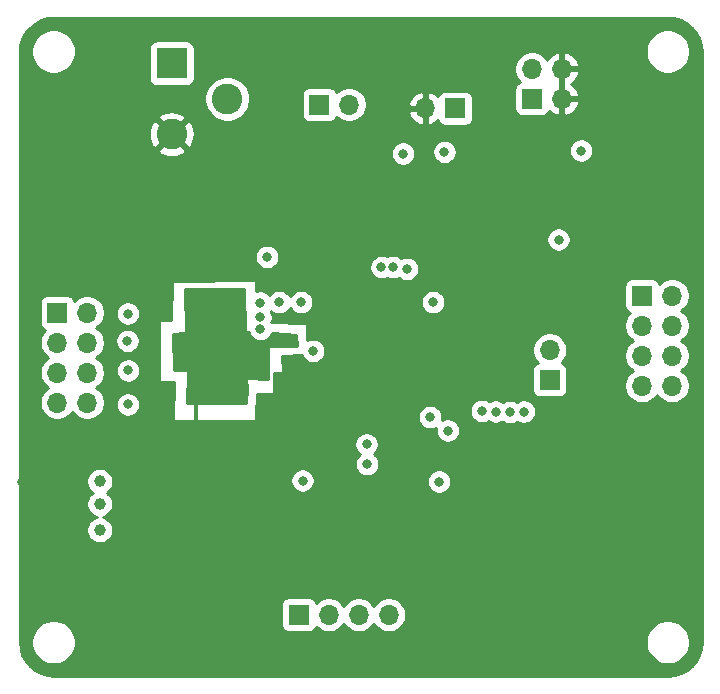
<source format=gbr>
%TF.GenerationSoftware,KiCad,Pcbnew,(5.1.8)-1*%
%TF.CreationDate,2020-11-24T12:22:42+05:30*%
%TF.ProjectId,stm32f405_breakout,73746d33-3266-4343-9035-5f627265616b,rev?*%
%TF.SameCoordinates,Original*%
%TF.FileFunction,Copper,L2,Inr*%
%TF.FilePolarity,Positive*%
%FSLAX46Y46*%
G04 Gerber Fmt 4.6, Leading zero omitted, Abs format (unit mm)*
G04 Created by KiCad (PCBNEW (5.1.8)-1) date 2020-11-24 12:22:42*
%MOMM*%
%LPD*%
G01*
G04 APERTURE LIST*
%TA.AperFunction,ComponentPad*%
%ADD10R,1.700000X1.700000*%
%TD*%
%TA.AperFunction,ComponentPad*%
%ADD11O,1.700000X1.700000*%
%TD*%
%TA.AperFunction,ComponentPad*%
%ADD12R,2.600000X2.600000*%
%TD*%
%TA.AperFunction,ComponentPad*%
%ADD13C,2.600000*%
%TD*%
%TA.AperFunction,ViaPad*%
%ADD14C,1.000000*%
%TD*%
%TA.AperFunction,ViaPad*%
%ADD15C,0.800000*%
%TD*%
%TA.AperFunction,Conductor*%
%ADD16C,0.300000*%
%TD*%
%TA.AperFunction,Conductor*%
%ADD17C,0.254000*%
%TD*%
%TA.AperFunction,Conductor*%
%ADD18C,0.100000*%
%TD*%
G04 APERTURE END LIST*
D10*
%TO.N,PC10*%
%TO.C,PORTC_2*%
X145470880Y-91765120D03*
D11*
%TO.N,PC9*%
X148010880Y-91765120D03*
%TO.N,PC11*%
X145470880Y-94305120D03*
%TO.N,PC12*%
X148010880Y-94305120D03*
%TO.N,PC8*%
X145470880Y-96845120D03*
%TO.N,PC6*%
X148010880Y-96845120D03*
%TO.N,PC7*%
X145470880Y-99385120D03*
%TO.N,PC5*%
X148010880Y-99385120D03*
%TD*%
%TO.N,GND*%
%TO.C,3.3 V*%
X127113700Y-75897600D03*
D10*
%TO.N,+3V3*%
X129653700Y-75897600D03*
%TD*%
D11*
%TO.N,SPI1_MOSI*%
%TO.C,SPI*%
X124028200Y-118783100D03*
%TO.N,SPI1_MISO*%
X121488200Y-118783100D03*
%TO.N,SPI1_SCK*%
X118948200Y-118783100D03*
D10*
%TO.N,SPI1_EN*%
X116408200Y-118783100D03*
%TD*%
%TO.N,USART1_TX*%
%TO.C,UART*%
X137653700Y-98897600D03*
D11*
%TO.N,USART1_RX*%
X137653700Y-96357600D03*
%TD*%
D12*
%TO.N,VCC*%
%TO.C,J7*%
X105653700Y-72097600D03*
D13*
%TO.N,GND*%
X105653700Y-78097600D03*
%TO.N,N/C*%
X110353700Y-75097600D03*
%TD*%
D10*
%TO.N,I2C1_SCL*%
%TO.C,I2C*%
X118140480Y-75580240D03*
D11*
%TO.N,I2C1_SDA*%
X120680480Y-75580240D03*
%TD*%
D10*
%TO.N,VCC*%
%TO.C,VIN*%
X136153700Y-75097600D03*
D11*
X136153700Y-72557600D03*
%TO.N,GND*%
X138693700Y-75097600D03*
X138693700Y-72557600D03*
%TD*%
%TO.N,PC3*%
%TO.C,PORTC_1*%
X98493700Y-100817600D03*
%TO.N,PC4*%
X95953700Y-100817600D03*
%TO.N,PC2*%
X98493700Y-98277600D03*
%TO.N,PC15*%
X95953700Y-98277600D03*
%TO.N,PC1*%
X98493700Y-95737600D03*
%TO.N,PC14*%
X95953700Y-95737600D03*
%TO.N,PC0*%
X98493700Y-93197600D03*
D10*
%TO.N,PC13*%
X95953700Y-93197600D03*
%TD*%
D14*
%TO.N,+3V3*%
X99568000Y-107480100D03*
X99568000Y-109397800D03*
X99568000Y-111607600D03*
D15*
X127787400Y-92303600D03*
X125234700Y-79743300D03*
X128739900Y-79590900D03*
X129032000Y-103187500D03*
X127533400Y-102044500D03*
X116738400Y-107416600D03*
X138404600Y-87020400D03*
X114757200Y-92303600D03*
X116598700Y-92316300D03*
D14*
%TO.N,GND*%
X93065600Y-107581700D03*
X97307400Y-105410000D03*
X97536000Y-107530900D03*
X94615000Y-105397300D03*
D15*
X108546900Y-109537500D03*
X115366800Y-90157300D03*
X133350000Y-87058500D03*
X132143500Y-93764100D03*
X118516400Y-89471500D03*
X110048040Y-87228680D03*
X107746800Y-100261420D03*
X110548420Y-92113100D03*
X111963200Y-102997000D03*
X114414300Y-104597200D03*
%TO.N,NRESET*%
X113728500Y-88480900D03*
X128282700Y-107505500D03*
X117627400Y-96443800D03*
X140322300Y-79476600D03*
%TO.N,PC0*%
X101930200Y-93281500D03*
%TO.N,PC2*%
X101968300Y-98094800D03*
%TO.N,PC1*%
X101904800Y-95592900D03*
%TO.N,PC3*%
X101930200Y-100965000D03*
%TO.N,PC4*%
X122199400Y-106019600D03*
%TO.N,PC5*%
X122153700Y-104347600D03*
%TO.N,PC6*%
X131902200Y-101523800D03*
%TO.N,PC7*%
X133070600Y-101574600D03*
%TO.N,PC8*%
X134302500Y-101612700D03*
%TO.N,PC9*%
X135458200Y-101587300D03*
%TO.N,PC10*%
X125552200Y-89496900D03*
%TO.N,PC11*%
X124403700Y-89347600D03*
%TO.N,PC12*%
X123403700Y-89347600D03*
%TO.N,PC13*%
X113153700Y-92347600D03*
%TO.N,PC14*%
X113153700Y-93597600D03*
%TO.N,PC15*%
X113153700Y-94597600D03*
%TD*%
D16*
%TO.N,GND*%
X107746800Y-100261420D02*
X107746800Y-103426260D01*
%TD*%
D17*
%TO.N,GND*%
X111834630Y-94743533D02*
X111837507Y-94768263D01*
X111845154Y-94791956D01*
X111857276Y-94813701D01*
X111873408Y-94832665D01*
X111892929Y-94848116D01*
X111915089Y-94859463D01*
X111939037Y-94866268D01*
X111956041Y-94868168D01*
X112153970Y-94876855D01*
X112158474Y-94899498D01*
X112236495Y-95087856D01*
X112349763Y-95257374D01*
X112493926Y-95401537D01*
X112663444Y-95514805D01*
X112851802Y-95592826D01*
X113051761Y-95632600D01*
X113255639Y-95632600D01*
X113455598Y-95592826D01*
X113643956Y-95514805D01*
X113813474Y-95401537D01*
X113957637Y-95257374D01*
X114070905Y-95087856D01*
X114122517Y-94963255D01*
X116183132Y-95053695D01*
X116276085Y-96026065D01*
X113941382Y-96034861D01*
X113916614Y-96037394D01*
X113892818Y-96044711D01*
X113870905Y-96056530D01*
X113851720Y-96072396D01*
X113835998Y-96091701D01*
X113824345Y-96113702D01*
X113817208Y-96137553D01*
X113814861Y-96162439D01*
X113827114Y-98848670D01*
X112065162Y-98773097D01*
X112040304Y-98774473D01*
X112016192Y-98780672D01*
X111993752Y-98791457D01*
X111973848Y-98806412D01*
X111957244Y-98824962D01*
X111944578Y-98846396D01*
X111936336Y-98869889D01*
X111932837Y-98894538D01*
X111933857Y-98916936D01*
X112026196Y-99602372D01*
X111953887Y-100825300D01*
X106953267Y-100825300D01*
X107007633Y-98209199D01*
X107005708Y-98184377D01*
X106998977Y-98160407D01*
X106987700Y-98138212D01*
X106972309Y-98118643D01*
X106953396Y-98102452D01*
X106931688Y-98090262D01*
X106908019Y-98082542D01*
X106880660Y-98079560D01*
X105851740Y-98079560D01*
X105783463Y-94971980D01*
X106757930Y-94952104D01*
X106782651Y-94949159D01*
X106806323Y-94941447D01*
X106828036Y-94929266D01*
X106846955Y-94913083D01*
X106862354Y-94893519D01*
X106873639Y-94871328D01*
X106880379Y-94847361D01*
X106882242Y-94820152D01*
X106741775Y-91238907D01*
X111771963Y-91195959D01*
X111834630Y-94743533D01*
%TA.AperFunction,Conductor*%
D18*
G36*
X111834630Y-94743533D02*
G01*
X111837507Y-94768263D01*
X111845154Y-94791956D01*
X111857276Y-94813701D01*
X111873408Y-94832665D01*
X111892929Y-94848116D01*
X111915089Y-94859463D01*
X111939037Y-94866268D01*
X111956041Y-94868168D01*
X112153970Y-94876855D01*
X112158474Y-94899498D01*
X112236495Y-95087856D01*
X112349763Y-95257374D01*
X112493926Y-95401537D01*
X112663444Y-95514805D01*
X112851802Y-95592826D01*
X113051761Y-95632600D01*
X113255639Y-95632600D01*
X113455598Y-95592826D01*
X113643956Y-95514805D01*
X113813474Y-95401537D01*
X113957637Y-95257374D01*
X114070905Y-95087856D01*
X114122517Y-94963255D01*
X116183132Y-95053695D01*
X116276085Y-96026065D01*
X113941382Y-96034861D01*
X113916614Y-96037394D01*
X113892818Y-96044711D01*
X113870905Y-96056530D01*
X113851720Y-96072396D01*
X113835998Y-96091701D01*
X113824345Y-96113702D01*
X113817208Y-96137553D01*
X113814861Y-96162439D01*
X113827114Y-98848670D01*
X112065162Y-98773097D01*
X112040304Y-98774473D01*
X112016192Y-98780672D01*
X111993752Y-98791457D01*
X111973848Y-98806412D01*
X111957244Y-98824962D01*
X111944578Y-98846396D01*
X111936336Y-98869889D01*
X111932837Y-98894538D01*
X111933857Y-98916936D01*
X112026196Y-99602372D01*
X111953887Y-100825300D01*
X106953267Y-100825300D01*
X107007633Y-98209199D01*
X107005708Y-98184377D01*
X106998977Y-98160407D01*
X106987700Y-98138212D01*
X106972309Y-98118643D01*
X106953396Y-98102452D01*
X106931688Y-98090262D01*
X106908019Y-98082542D01*
X106880660Y-98079560D01*
X105851740Y-98079560D01*
X105783463Y-94971980D01*
X106757930Y-94952104D01*
X106782651Y-94949159D01*
X106806323Y-94941447D01*
X106828036Y-94929266D01*
X106846955Y-94913083D01*
X106862354Y-94893519D01*
X106873639Y-94871328D01*
X106880379Y-94847361D01*
X106882242Y-94820152D01*
X106741775Y-91238907D01*
X111771963Y-91195959D01*
X111834630Y-94743533D01*
G37*
%TD.AperFunction*%
%TD*%
D17*
%TO.N,GND*%
X148209122Y-68292502D02*
X148743394Y-68453808D01*
X149236156Y-68715815D01*
X149668641Y-69068541D01*
X150024379Y-69498553D01*
X150289821Y-69989479D01*
X150454852Y-70522607D01*
X150518700Y-71130079D01*
X150518701Y-121042081D01*
X150458798Y-121653021D01*
X150297491Y-122187295D01*
X150035489Y-122680050D01*
X149682759Y-123112541D01*
X149252744Y-123468280D01*
X148761822Y-123733721D01*
X148228693Y-123898752D01*
X147621222Y-123962600D01*
X95709209Y-123962600D01*
X95098279Y-123902698D01*
X94564005Y-123741391D01*
X94071250Y-123479389D01*
X93638759Y-123126659D01*
X93283020Y-122696644D01*
X93017579Y-122205722D01*
X92852548Y-121672593D01*
X92788700Y-121065122D01*
X92788700Y-120911944D01*
X93768700Y-120911944D01*
X93768700Y-121283256D01*
X93841139Y-121647434D01*
X93983234Y-121990482D01*
X94189525Y-122299218D01*
X94452082Y-122561775D01*
X94760818Y-122768066D01*
X95103866Y-122910161D01*
X95468044Y-122982600D01*
X95839356Y-122982600D01*
X96203534Y-122910161D01*
X96546582Y-122768066D01*
X96855318Y-122561775D01*
X97117875Y-122299218D01*
X97324166Y-121990482D01*
X97466261Y-121647434D01*
X97538700Y-121283256D01*
X97538700Y-120911944D01*
X145768700Y-120911944D01*
X145768700Y-121283256D01*
X145841139Y-121647434D01*
X145983234Y-121990482D01*
X146189525Y-122299218D01*
X146452082Y-122561775D01*
X146760818Y-122768066D01*
X147103866Y-122910161D01*
X147468044Y-122982600D01*
X147839356Y-122982600D01*
X148203534Y-122910161D01*
X148546582Y-122768066D01*
X148855318Y-122561775D01*
X149117875Y-122299218D01*
X149324166Y-121990482D01*
X149466261Y-121647434D01*
X149538700Y-121283256D01*
X149538700Y-120911944D01*
X149466261Y-120547766D01*
X149324166Y-120204718D01*
X149117875Y-119895982D01*
X148855318Y-119633425D01*
X148546582Y-119427134D01*
X148203534Y-119285039D01*
X147839356Y-119212600D01*
X147468044Y-119212600D01*
X147103866Y-119285039D01*
X146760818Y-119427134D01*
X146452082Y-119633425D01*
X146189525Y-119895982D01*
X145983234Y-120204718D01*
X145841139Y-120547766D01*
X145768700Y-120911944D01*
X97538700Y-120911944D01*
X97466261Y-120547766D01*
X97324166Y-120204718D01*
X97117875Y-119895982D01*
X96855318Y-119633425D01*
X96546582Y-119427134D01*
X96203534Y-119285039D01*
X95839356Y-119212600D01*
X95468044Y-119212600D01*
X95103866Y-119285039D01*
X94760818Y-119427134D01*
X94452082Y-119633425D01*
X94189525Y-119895982D01*
X93983234Y-120204718D01*
X93841139Y-120547766D01*
X93768700Y-120911944D01*
X92788700Y-120911944D01*
X92788700Y-117933100D01*
X114920128Y-117933100D01*
X114920128Y-119633100D01*
X114932388Y-119757582D01*
X114968698Y-119877280D01*
X115027663Y-119987594D01*
X115107015Y-120084285D01*
X115203706Y-120163637D01*
X115314020Y-120222602D01*
X115433718Y-120258912D01*
X115558200Y-120271172D01*
X117258200Y-120271172D01*
X117382682Y-120258912D01*
X117502380Y-120222602D01*
X117612694Y-120163637D01*
X117709385Y-120084285D01*
X117788737Y-119987594D01*
X117847702Y-119877280D01*
X117869713Y-119804720D01*
X118001568Y-119936575D01*
X118244789Y-120099090D01*
X118515042Y-120211032D01*
X118801940Y-120268100D01*
X119094460Y-120268100D01*
X119381358Y-120211032D01*
X119651611Y-120099090D01*
X119894832Y-119936575D01*
X120101675Y-119729732D01*
X120218200Y-119555340D01*
X120334725Y-119729732D01*
X120541568Y-119936575D01*
X120784789Y-120099090D01*
X121055042Y-120211032D01*
X121341940Y-120268100D01*
X121634460Y-120268100D01*
X121921358Y-120211032D01*
X122191611Y-120099090D01*
X122434832Y-119936575D01*
X122641675Y-119729732D01*
X122758200Y-119555340D01*
X122874725Y-119729732D01*
X123081568Y-119936575D01*
X123324789Y-120099090D01*
X123595042Y-120211032D01*
X123881940Y-120268100D01*
X124174460Y-120268100D01*
X124461358Y-120211032D01*
X124731611Y-120099090D01*
X124974832Y-119936575D01*
X125181675Y-119729732D01*
X125344190Y-119486511D01*
X125456132Y-119216258D01*
X125513200Y-118929360D01*
X125513200Y-118636840D01*
X125456132Y-118349942D01*
X125344190Y-118079689D01*
X125181675Y-117836468D01*
X124974832Y-117629625D01*
X124731611Y-117467110D01*
X124461358Y-117355168D01*
X124174460Y-117298100D01*
X123881940Y-117298100D01*
X123595042Y-117355168D01*
X123324789Y-117467110D01*
X123081568Y-117629625D01*
X122874725Y-117836468D01*
X122758200Y-118010860D01*
X122641675Y-117836468D01*
X122434832Y-117629625D01*
X122191611Y-117467110D01*
X121921358Y-117355168D01*
X121634460Y-117298100D01*
X121341940Y-117298100D01*
X121055042Y-117355168D01*
X120784789Y-117467110D01*
X120541568Y-117629625D01*
X120334725Y-117836468D01*
X120218200Y-118010860D01*
X120101675Y-117836468D01*
X119894832Y-117629625D01*
X119651611Y-117467110D01*
X119381358Y-117355168D01*
X119094460Y-117298100D01*
X118801940Y-117298100D01*
X118515042Y-117355168D01*
X118244789Y-117467110D01*
X118001568Y-117629625D01*
X117869713Y-117761480D01*
X117847702Y-117688920D01*
X117788737Y-117578606D01*
X117709385Y-117481915D01*
X117612694Y-117402563D01*
X117502380Y-117343598D01*
X117382682Y-117307288D01*
X117258200Y-117295028D01*
X115558200Y-117295028D01*
X115433718Y-117307288D01*
X115314020Y-117343598D01*
X115203706Y-117402563D01*
X115107015Y-117481915D01*
X115027663Y-117578606D01*
X114968698Y-117688920D01*
X114932388Y-117808618D01*
X114920128Y-117933100D01*
X92788700Y-117933100D01*
X92788700Y-107368312D01*
X98433000Y-107368312D01*
X98433000Y-107591888D01*
X98476617Y-107811167D01*
X98562176Y-108017724D01*
X98686388Y-108203620D01*
X98844480Y-108361712D01*
X98960075Y-108438950D01*
X98844480Y-108516188D01*
X98686388Y-108674280D01*
X98562176Y-108860176D01*
X98476617Y-109066733D01*
X98433000Y-109286012D01*
X98433000Y-109509588D01*
X98476617Y-109728867D01*
X98562176Y-109935424D01*
X98686388Y-110121320D01*
X98844480Y-110279412D01*
X99030376Y-110403624D01*
X99236933Y-110489183D01*
X99304888Y-110502700D01*
X99236933Y-110516217D01*
X99030376Y-110601776D01*
X98844480Y-110725988D01*
X98686388Y-110884080D01*
X98562176Y-111069976D01*
X98476617Y-111276533D01*
X98433000Y-111495812D01*
X98433000Y-111719388D01*
X98476617Y-111938667D01*
X98562176Y-112145224D01*
X98686388Y-112331120D01*
X98844480Y-112489212D01*
X99030376Y-112613424D01*
X99236933Y-112698983D01*
X99456212Y-112742600D01*
X99679788Y-112742600D01*
X99899067Y-112698983D01*
X100105624Y-112613424D01*
X100291520Y-112489212D01*
X100449612Y-112331120D01*
X100573824Y-112145224D01*
X100659383Y-111938667D01*
X100703000Y-111719388D01*
X100703000Y-111495812D01*
X100659383Y-111276533D01*
X100573824Y-111069976D01*
X100449612Y-110884080D01*
X100291520Y-110725988D01*
X100105624Y-110601776D01*
X99899067Y-110516217D01*
X99831112Y-110502700D01*
X99899067Y-110489183D01*
X100105624Y-110403624D01*
X100291520Y-110279412D01*
X100449612Y-110121320D01*
X100573824Y-109935424D01*
X100659383Y-109728867D01*
X100703000Y-109509588D01*
X100703000Y-109286012D01*
X100659383Y-109066733D01*
X100573824Y-108860176D01*
X100449612Y-108674280D01*
X100291520Y-108516188D01*
X100175925Y-108438950D01*
X100291520Y-108361712D01*
X100449612Y-108203620D01*
X100573824Y-108017724D01*
X100659383Y-107811167D01*
X100703000Y-107591888D01*
X100703000Y-107368312D01*
X100692329Y-107314661D01*
X115703400Y-107314661D01*
X115703400Y-107518539D01*
X115743174Y-107718498D01*
X115821195Y-107906856D01*
X115934463Y-108076374D01*
X116078626Y-108220537D01*
X116248144Y-108333805D01*
X116436502Y-108411826D01*
X116636461Y-108451600D01*
X116840339Y-108451600D01*
X117040298Y-108411826D01*
X117228656Y-108333805D01*
X117398174Y-108220537D01*
X117542337Y-108076374D01*
X117655605Y-107906856D01*
X117733626Y-107718498D01*
X117773400Y-107518539D01*
X117773400Y-107403561D01*
X127247700Y-107403561D01*
X127247700Y-107607439D01*
X127287474Y-107807398D01*
X127365495Y-107995756D01*
X127478763Y-108165274D01*
X127622926Y-108309437D01*
X127792444Y-108422705D01*
X127980802Y-108500726D01*
X128180761Y-108540500D01*
X128384639Y-108540500D01*
X128584598Y-108500726D01*
X128772956Y-108422705D01*
X128942474Y-108309437D01*
X129086637Y-108165274D01*
X129199905Y-107995756D01*
X129277926Y-107807398D01*
X129317700Y-107607439D01*
X129317700Y-107403561D01*
X129277926Y-107203602D01*
X129199905Y-107015244D01*
X129086637Y-106845726D01*
X128942474Y-106701563D01*
X128772956Y-106588295D01*
X128584598Y-106510274D01*
X128384639Y-106470500D01*
X128180761Y-106470500D01*
X127980802Y-106510274D01*
X127792444Y-106588295D01*
X127622926Y-106701563D01*
X127478763Y-106845726D01*
X127365495Y-107015244D01*
X127287474Y-107203602D01*
X127247700Y-107403561D01*
X117773400Y-107403561D01*
X117773400Y-107314661D01*
X117733626Y-107114702D01*
X117655605Y-106926344D01*
X117542337Y-106756826D01*
X117398174Y-106612663D01*
X117228656Y-106499395D01*
X117040298Y-106421374D01*
X116840339Y-106381600D01*
X116636461Y-106381600D01*
X116436502Y-106421374D01*
X116248144Y-106499395D01*
X116078626Y-106612663D01*
X115934463Y-106756826D01*
X115821195Y-106926344D01*
X115743174Y-107114702D01*
X115703400Y-107314661D01*
X100692329Y-107314661D01*
X100659383Y-107149033D01*
X100573824Y-106942476D01*
X100449612Y-106756580D01*
X100291520Y-106598488D01*
X100105624Y-106474276D01*
X99899067Y-106388717D01*
X99679788Y-106345100D01*
X99456212Y-106345100D01*
X99236933Y-106388717D01*
X99030376Y-106474276D01*
X98844480Y-106598488D01*
X98686388Y-106756580D01*
X98562176Y-106942476D01*
X98476617Y-107149033D01*
X98433000Y-107368312D01*
X92788700Y-107368312D01*
X92788700Y-104245661D01*
X121118700Y-104245661D01*
X121118700Y-104449539D01*
X121158474Y-104649498D01*
X121236495Y-104837856D01*
X121349763Y-105007374D01*
X121493926Y-105151537D01*
X121564762Y-105198868D01*
X121539626Y-105215663D01*
X121395463Y-105359826D01*
X121282195Y-105529344D01*
X121204174Y-105717702D01*
X121164400Y-105917661D01*
X121164400Y-106121539D01*
X121204174Y-106321498D01*
X121282195Y-106509856D01*
X121395463Y-106679374D01*
X121539626Y-106823537D01*
X121709144Y-106936805D01*
X121897502Y-107014826D01*
X122097461Y-107054600D01*
X122301339Y-107054600D01*
X122501298Y-107014826D01*
X122689656Y-106936805D01*
X122859174Y-106823537D01*
X123003337Y-106679374D01*
X123116605Y-106509856D01*
X123194626Y-106321498D01*
X123234400Y-106121539D01*
X123234400Y-105917661D01*
X123194626Y-105717702D01*
X123116605Y-105529344D01*
X123003337Y-105359826D01*
X122859174Y-105215663D01*
X122788338Y-105168332D01*
X122813474Y-105151537D01*
X122957637Y-105007374D01*
X123070905Y-104837856D01*
X123148926Y-104649498D01*
X123188700Y-104449539D01*
X123188700Y-104245661D01*
X123148926Y-104045702D01*
X123070905Y-103857344D01*
X122957637Y-103687826D01*
X122813474Y-103543663D01*
X122643956Y-103430395D01*
X122455598Y-103352374D01*
X122255639Y-103312600D01*
X122051761Y-103312600D01*
X121851802Y-103352374D01*
X121663444Y-103430395D01*
X121493926Y-103543663D01*
X121349763Y-103687826D01*
X121236495Y-103857344D01*
X121158474Y-104045702D01*
X121118700Y-104245661D01*
X92788700Y-104245661D01*
X92788700Y-92347600D01*
X94465628Y-92347600D01*
X94465628Y-94047600D01*
X94477888Y-94172082D01*
X94514198Y-94291780D01*
X94573163Y-94402094D01*
X94652515Y-94498785D01*
X94749206Y-94578137D01*
X94859520Y-94637102D01*
X94932080Y-94659113D01*
X94800225Y-94790968D01*
X94637710Y-95034189D01*
X94525768Y-95304442D01*
X94468700Y-95591340D01*
X94468700Y-95883860D01*
X94525768Y-96170758D01*
X94637710Y-96441011D01*
X94800225Y-96684232D01*
X95007068Y-96891075D01*
X95181460Y-97007600D01*
X95007068Y-97124125D01*
X94800225Y-97330968D01*
X94637710Y-97574189D01*
X94525768Y-97844442D01*
X94468700Y-98131340D01*
X94468700Y-98423860D01*
X94525768Y-98710758D01*
X94637710Y-98981011D01*
X94800225Y-99224232D01*
X95007068Y-99431075D01*
X95181460Y-99547600D01*
X95007068Y-99664125D01*
X94800225Y-99870968D01*
X94637710Y-100114189D01*
X94525768Y-100384442D01*
X94468700Y-100671340D01*
X94468700Y-100963860D01*
X94525768Y-101250758D01*
X94637710Y-101521011D01*
X94800225Y-101764232D01*
X95007068Y-101971075D01*
X95250289Y-102133590D01*
X95520542Y-102245532D01*
X95807440Y-102302600D01*
X96099960Y-102302600D01*
X96386858Y-102245532D01*
X96657111Y-102133590D01*
X96900332Y-101971075D01*
X97107175Y-101764232D01*
X97223700Y-101589840D01*
X97340225Y-101764232D01*
X97547068Y-101971075D01*
X97790289Y-102133590D01*
X98060542Y-102245532D01*
X98347440Y-102302600D01*
X98639960Y-102302600D01*
X98926858Y-102245532D01*
X99197111Y-102133590D01*
X99440332Y-101971075D01*
X99647175Y-101764232D01*
X99809690Y-101521011D01*
X99921632Y-101250758D01*
X99978700Y-100963860D01*
X99978700Y-100863061D01*
X100895200Y-100863061D01*
X100895200Y-101066939D01*
X100934974Y-101266898D01*
X101012995Y-101455256D01*
X101126263Y-101624774D01*
X101270426Y-101768937D01*
X101439944Y-101882205D01*
X101628302Y-101960226D01*
X101828261Y-102000000D01*
X102032139Y-102000000D01*
X102232098Y-101960226D01*
X102420456Y-101882205D01*
X102589974Y-101768937D01*
X102734137Y-101624774D01*
X102847405Y-101455256D01*
X102925426Y-101266898D01*
X102965200Y-101066939D01*
X102965200Y-100863061D01*
X102925426Y-100663102D01*
X102847405Y-100474744D01*
X102734137Y-100305226D01*
X102589974Y-100161063D01*
X102420456Y-100047795D01*
X102232098Y-99969774D01*
X102032139Y-99930000D01*
X101828261Y-99930000D01*
X101628302Y-99969774D01*
X101439944Y-100047795D01*
X101270426Y-100161063D01*
X101126263Y-100305226D01*
X101012995Y-100474744D01*
X100934974Y-100663102D01*
X100895200Y-100863061D01*
X99978700Y-100863061D01*
X99978700Y-100671340D01*
X99921632Y-100384442D01*
X99809690Y-100114189D01*
X99647175Y-99870968D01*
X99440332Y-99664125D01*
X99265940Y-99547600D01*
X99440332Y-99431075D01*
X99647175Y-99224232D01*
X99809690Y-98981011D01*
X99921632Y-98710758D01*
X99978700Y-98423860D01*
X99978700Y-98131340D01*
X99951155Y-97992861D01*
X100933300Y-97992861D01*
X100933300Y-98196739D01*
X100973074Y-98396698D01*
X101051095Y-98585056D01*
X101164363Y-98754574D01*
X101308526Y-98898737D01*
X101478044Y-99012005D01*
X101666402Y-99090026D01*
X101866361Y-99129800D01*
X102070239Y-99129800D01*
X102270198Y-99090026D01*
X102458556Y-99012005D01*
X102628074Y-98898737D01*
X102772237Y-98754574D01*
X102885505Y-98585056D01*
X102963526Y-98396698D01*
X103003300Y-98196739D01*
X103003300Y-97992861D01*
X102963526Y-97792902D01*
X102885505Y-97604544D01*
X102772237Y-97435026D01*
X102628074Y-97290863D01*
X102458556Y-97177595D01*
X102270198Y-97099574D01*
X102070239Y-97059800D01*
X101866361Y-97059800D01*
X101666402Y-97099574D01*
X101478044Y-97177595D01*
X101308526Y-97290863D01*
X101164363Y-97435026D01*
X101051095Y-97604544D01*
X100973074Y-97792902D01*
X100933300Y-97992861D01*
X99951155Y-97992861D01*
X99921632Y-97844442D01*
X99809690Y-97574189D01*
X99647175Y-97330968D01*
X99440332Y-97124125D01*
X99265940Y-97007600D01*
X99440332Y-96891075D01*
X99647175Y-96684232D01*
X99809690Y-96441011D01*
X99921632Y-96170758D01*
X99978700Y-95883860D01*
X99978700Y-95591340D01*
X99958734Y-95490961D01*
X100869800Y-95490961D01*
X100869800Y-95694839D01*
X100909574Y-95894798D01*
X100987595Y-96083156D01*
X101100863Y-96252674D01*
X101245026Y-96396837D01*
X101414544Y-96510105D01*
X101602902Y-96588126D01*
X101802861Y-96627900D01*
X102006739Y-96627900D01*
X102206698Y-96588126D01*
X102395056Y-96510105D01*
X102564574Y-96396837D01*
X102708737Y-96252674D01*
X102822005Y-96083156D01*
X102900026Y-95894798D01*
X102939800Y-95694839D01*
X102939800Y-95490961D01*
X102900026Y-95291002D01*
X102822005Y-95102644D01*
X102708737Y-94933126D01*
X102564574Y-94788963D01*
X102395056Y-94675695D01*
X102206698Y-94597674D01*
X102006739Y-94557900D01*
X101802861Y-94557900D01*
X101602902Y-94597674D01*
X101414544Y-94675695D01*
X101245026Y-94788963D01*
X101100863Y-94933126D01*
X100987595Y-95102644D01*
X100909574Y-95291002D01*
X100869800Y-95490961D01*
X99958734Y-95490961D01*
X99921632Y-95304442D01*
X99809690Y-95034189D01*
X99647175Y-94790968D01*
X99440332Y-94584125D01*
X99265940Y-94467600D01*
X99440332Y-94351075D01*
X99647175Y-94144232D01*
X99809690Y-93901011D01*
X99921632Y-93630758D01*
X99978700Y-93343860D01*
X99978700Y-93179561D01*
X100895200Y-93179561D01*
X100895200Y-93383439D01*
X100934974Y-93583398D01*
X101012995Y-93771756D01*
X101126263Y-93941274D01*
X101270426Y-94085437D01*
X101439944Y-94198705D01*
X101628302Y-94276726D01*
X101828261Y-94316500D01*
X102032139Y-94316500D01*
X102232098Y-94276726D01*
X102420456Y-94198705D01*
X102589974Y-94085437D01*
X102734137Y-93941274D01*
X102738743Y-93934380D01*
X104595670Y-93934380D01*
X104595670Y-98934380D01*
X104598110Y-98959156D01*
X104605337Y-98982981D01*
X104617073Y-99004937D01*
X104632867Y-99024183D01*
X104652113Y-99039977D01*
X104674069Y-99051713D01*
X104697894Y-99058940D01*
X104722670Y-99061380D01*
X105843459Y-99061380D01*
X105788449Y-102248468D01*
X105790461Y-102273283D01*
X105797276Y-102297229D01*
X105808631Y-102319385D01*
X105824091Y-102338899D01*
X105843061Y-102355023D01*
X105864812Y-102367136D01*
X105888508Y-102374774D01*
X105915430Y-102377660D01*
X112665430Y-102377660D01*
X112690206Y-102375220D01*
X112714031Y-102367993D01*
X112735987Y-102356257D01*
X112755233Y-102340463D01*
X112771027Y-102321217D01*
X112782763Y-102299261D01*
X112789990Y-102275436D01*
X112792391Y-102253797D01*
X112800082Y-101942561D01*
X126498400Y-101942561D01*
X126498400Y-102146439D01*
X126538174Y-102346398D01*
X126616195Y-102534756D01*
X126729463Y-102704274D01*
X126873626Y-102848437D01*
X127043144Y-102961705D01*
X127231502Y-103039726D01*
X127431461Y-103079500D01*
X127635339Y-103079500D01*
X127835298Y-103039726D01*
X128021455Y-102962617D01*
X127997000Y-103085561D01*
X127997000Y-103289439D01*
X128036774Y-103489398D01*
X128114795Y-103677756D01*
X128228063Y-103847274D01*
X128372226Y-103991437D01*
X128541744Y-104104705D01*
X128730102Y-104182726D01*
X128930061Y-104222500D01*
X129133939Y-104222500D01*
X129333898Y-104182726D01*
X129522256Y-104104705D01*
X129691774Y-103991437D01*
X129835937Y-103847274D01*
X129949205Y-103677756D01*
X130027226Y-103489398D01*
X130067000Y-103289439D01*
X130067000Y-103085561D01*
X130027226Y-102885602D01*
X129949205Y-102697244D01*
X129835937Y-102527726D01*
X129691774Y-102383563D01*
X129522256Y-102270295D01*
X129333898Y-102192274D01*
X129133939Y-102152500D01*
X128930061Y-102152500D01*
X128730102Y-102192274D01*
X128543945Y-102269383D01*
X128568400Y-102146439D01*
X128568400Y-101942561D01*
X128528626Y-101742602D01*
X128450605Y-101554244D01*
X128362150Y-101421861D01*
X130867200Y-101421861D01*
X130867200Y-101625739D01*
X130906974Y-101825698D01*
X130984995Y-102014056D01*
X131098263Y-102183574D01*
X131242426Y-102327737D01*
X131411944Y-102441005D01*
X131600302Y-102519026D01*
X131800261Y-102558800D01*
X132004139Y-102558800D01*
X132204098Y-102519026D01*
X132392456Y-102441005D01*
X132448386Y-102403634D01*
X132580344Y-102491805D01*
X132768702Y-102569826D01*
X132968661Y-102609600D01*
X133172539Y-102609600D01*
X133372498Y-102569826D01*
X133560856Y-102491805D01*
X133658040Y-102426869D01*
X133812244Y-102529905D01*
X134000602Y-102607926D01*
X134200561Y-102647700D01*
X134404439Y-102647700D01*
X134604398Y-102607926D01*
X134792756Y-102529905D01*
X134899357Y-102458677D01*
X134967944Y-102504505D01*
X135156302Y-102582526D01*
X135356261Y-102622300D01*
X135560139Y-102622300D01*
X135760098Y-102582526D01*
X135948456Y-102504505D01*
X136117974Y-102391237D01*
X136262137Y-102247074D01*
X136375405Y-102077556D01*
X136453426Y-101889198D01*
X136493200Y-101689239D01*
X136493200Y-101485361D01*
X136453426Y-101285402D01*
X136375405Y-101097044D01*
X136262137Y-100927526D01*
X136117974Y-100783363D01*
X135948456Y-100670095D01*
X135760098Y-100592074D01*
X135560139Y-100552300D01*
X135356261Y-100552300D01*
X135156302Y-100592074D01*
X134967944Y-100670095D01*
X134861343Y-100741323D01*
X134792756Y-100695495D01*
X134604398Y-100617474D01*
X134404439Y-100577700D01*
X134200561Y-100577700D01*
X134000602Y-100617474D01*
X133812244Y-100695495D01*
X133715060Y-100760431D01*
X133560856Y-100657395D01*
X133372498Y-100579374D01*
X133172539Y-100539600D01*
X132968661Y-100539600D01*
X132768702Y-100579374D01*
X132580344Y-100657395D01*
X132524414Y-100694766D01*
X132392456Y-100606595D01*
X132204098Y-100528574D01*
X132004139Y-100488800D01*
X131800261Y-100488800D01*
X131600302Y-100528574D01*
X131411944Y-100606595D01*
X131242426Y-100719863D01*
X131098263Y-100864026D01*
X130984995Y-101033544D01*
X130906974Y-101221902D01*
X130867200Y-101421861D01*
X128362150Y-101421861D01*
X128337337Y-101384726D01*
X128193174Y-101240563D01*
X128023656Y-101127295D01*
X127835298Y-101049274D01*
X127635339Y-101009500D01*
X127431461Y-101009500D01*
X127231502Y-101049274D01*
X127043144Y-101127295D01*
X126873626Y-101240563D01*
X126729463Y-101384726D01*
X126616195Y-101554244D01*
X126538174Y-101742602D01*
X126498400Y-101942561D01*
X112800082Y-101942561D01*
X112846570Y-100061380D01*
X114222670Y-100061380D01*
X114247446Y-100058940D01*
X114271271Y-100051713D01*
X114293227Y-100039977D01*
X114312473Y-100024183D01*
X114328267Y-100004937D01*
X114340003Y-99982981D01*
X114347230Y-99959156D01*
X114349670Y-99934380D01*
X114349670Y-98311380D01*
X114972670Y-98311380D01*
X114997446Y-98308940D01*
X115021271Y-98301713D01*
X115043227Y-98289977D01*
X115062473Y-98274183D01*
X115078267Y-98254937D01*
X115090003Y-98232981D01*
X115097230Y-98209156D01*
X115099219Y-98173684D01*
X115088562Y-98047600D01*
X136165628Y-98047600D01*
X136165628Y-99747600D01*
X136177888Y-99872082D01*
X136214198Y-99991780D01*
X136273163Y-100102094D01*
X136352515Y-100198785D01*
X136449206Y-100278137D01*
X136559520Y-100337102D01*
X136679218Y-100373412D01*
X136803700Y-100385672D01*
X138503700Y-100385672D01*
X138628182Y-100373412D01*
X138747880Y-100337102D01*
X138858194Y-100278137D01*
X138954885Y-100198785D01*
X139034237Y-100102094D01*
X139093202Y-99991780D01*
X139129512Y-99872082D01*
X139141772Y-99747600D01*
X139141772Y-98047600D01*
X139129512Y-97923118D01*
X139093202Y-97803420D01*
X139034237Y-97693106D01*
X138954885Y-97596415D01*
X138858194Y-97517063D01*
X138747880Y-97458098D01*
X138675320Y-97436087D01*
X138807175Y-97304232D01*
X138969690Y-97061011D01*
X139081632Y-96790758D01*
X139138700Y-96503860D01*
X139138700Y-96211340D01*
X139081632Y-95924442D01*
X138969690Y-95654189D01*
X138807175Y-95410968D01*
X138600332Y-95204125D01*
X138357111Y-95041610D01*
X138086858Y-94929668D01*
X137799960Y-94872600D01*
X137507440Y-94872600D01*
X137220542Y-94929668D01*
X136950289Y-95041610D01*
X136707068Y-95204125D01*
X136500225Y-95410968D01*
X136337710Y-95654189D01*
X136225768Y-95924442D01*
X136168700Y-96211340D01*
X136168700Y-96503860D01*
X136225768Y-96790758D01*
X136337710Y-97061011D01*
X136500225Y-97304232D01*
X136632080Y-97436087D01*
X136559520Y-97458098D01*
X136449206Y-97517063D01*
X136352515Y-97596415D01*
X136273163Y-97693106D01*
X136214198Y-97803420D01*
X136177888Y-97923118D01*
X136165628Y-98047600D01*
X115088562Y-98047600D01*
X114988382Y-96862362D01*
X116662694Y-96819379D01*
X116710195Y-96934056D01*
X116823463Y-97103574D01*
X116967626Y-97247737D01*
X117137144Y-97361005D01*
X117325502Y-97439026D01*
X117525461Y-97478800D01*
X117729339Y-97478800D01*
X117929298Y-97439026D01*
X118117656Y-97361005D01*
X118287174Y-97247737D01*
X118431337Y-97103574D01*
X118544605Y-96934056D01*
X118622626Y-96745698D01*
X118662400Y-96545739D01*
X118662400Y-96341861D01*
X118622626Y-96141902D01*
X118544605Y-95953544D01*
X118431337Y-95784026D01*
X118287174Y-95639863D01*
X118117656Y-95526595D01*
X117929298Y-95448574D01*
X117729339Y-95408800D01*
X117525461Y-95408800D01*
X117325502Y-95448574D01*
X117137144Y-95526595D01*
X117099670Y-95551634D01*
X117099670Y-94184380D01*
X117097230Y-94159604D01*
X117090003Y-94135779D01*
X117078267Y-94113823D01*
X117062473Y-94094577D01*
X117043227Y-94078783D01*
X117021271Y-94067047D01*
X116997446Y-94059820D01*
X116974000Y-94057387D01*
X114096013Y-94027239D01*
X114148926Y-93899498D01*
X114188700Y-93699539D01*
X114188700Y-93495661D01*
X114148926Y-93295702D01*
X114070905Y-93107344D01*
X114017890Y-93028001D01*
X114097426Y-93107537D01*
X114266944Y-93220805D01*
X114455302Y-93298826D01*
X114655261Y-93338600D01*
X114859139Y-93338600D01*
X115059098Y-93298826D01*
X115247456Y-93220805D01*
X115416974Y-93107537D01*
X115561137Y-92963374D01*
X115674405Y-92793856D01*
X115675320Y-92791648D01*
X115681495Y-92806556D01*
X115794763Y-92976074D01*
X115938926Y-93120237D01*
X116108444Y-93233505D01*
X116296802Y-93311526D01*
X116496761Y-93351300D01*
X116700639Y-93351300D01*
X116900598Y-93311526D01*
X117088956Y-93233505D01*
X117258474Y-93120237D01*
X117402637Y-92976074D01*
X117515905Y-92806556D01*
X117593926Y-92618198D01*
X117633700Y-92418239D01*
X117633700Y-92214361D01*
X117631174Y-92201661D01*
X126752400Y-92201661D01*
X126752400Y-92405539D01*
X126792174Y-92605498D01*
X126870195Y-92793856D01*
X126983463Y-92963374D01*
X127127626Y-93107537D01*
X127297144Y-93220805D01*
X127485502Y-93298826D01*
X127685461Y-93338600D01*
X127889339Y-93338600D01*
X128089298Y-93298826D01*
X128277656Y-93220805D01*
X128447174Y-93107537D01*
X128591337Y-92963374D01*
X128704605Y-92793856D01*
X128782626Y-92605498D01*
X128822400Y-92405539D01*
X128822400Y-92201661D01*
X128782626Y-92001702D01*
X128704605Y-91813344D01*
X128591337Y-91643826D01*
X128447174Y-91499663D01*
X128277656Y-91386395D01*
X128089298Y-91308374D01*
X127889339Y-91268600D01*
X127685461Y-91268600D01*
X127485502Y-91308374D01*
X127297144Y-91386395D01*
X127127626Y-91499663D01*
X126983463Y-91643826D01*
X126870195Y-91813344D01*
X126792174Y-92001702D01*
X126752400Y-92201661D01*
X117631174Y-92201661D01*
X117593926Y-92014402D01*
X117515905Y-91826044D01*
X117402637Y-91656526D01*
X117258474Y-91512363D01*
X117088956Y-91399095D01*
X116900598Y-91321074D01*
X116700639Y-91281300D01*
X116496761Y-91281300D01*
X116296802Y-91321074D01*
X116108444Y-91399095D01*
X115938926Y-91512363D01*
X115794763Y-91656526D01*
X115681495Y-91826044D01*
X115680580Y-91828252D01*
X115674405Y-91813344D01*
X115561137Y-91643826D01*
X115416974Y-91499663D01*
X115247456Y-91386395D01*
X115059098Y-91308374D01*
X114859139Y-91268600D01*
X114655261Y-91268600D01*
X114455302Y-91308374D01*
X114266944Y-91386395D01*
X114097426Y-91499663D01*
X113953263Y-91643826D01*
X113937391Y-91667580D01*
X113813474Y-91543663D01*
X113643956Y-91430395D01*
X113455598Y-91352374D01*
X113255639Y-91312600D01*
X113051761Y-91312600D01*
X112851802Y-91352374D01*
X112813261Y-91368339D01*
X112818707Y-90915120D01*
X143982808Y-90915120D01*
X143982808Y-92615120D01*
X143995068Y-92739602D01*
X144031378Y-92859300D01*
X144090343Y-92969614D01*
X144169695Y-93066305D01*
X144266386Y-93145657D01*
X144376700Y-93204622D01*
X144449260Y-93226633D01*
X144317405Y-93358488D01*
X144154890Y-93601709D01*
X144042948Y-93871962D01*
X143985880Y-94158860D01*
X143985880Y-94451380D01*
X144042948Y-94738278D01*
X144154890Y-95008531D01*
X144317405Y-95251752D01*
X144524248Y-95458595D01*
X144698640Y-95575120D01*
X144524248Y-95691645D01*
X144317405Y-95898488D01*
X144154890Y-96141709D01*
X144042948Y-96411962D01*
X143985880Y-96698860D01*
X143985880Y-96991380D01*
X144042948Y-97278278D01*
X144154890Y-97548531D01*
X144317405Y-97791752D01*
X144524248Y-97998595D01*
X144698640Y-98115120D01*
X144524248Y-98231645D01*
X144317405Y-98438488D01*
X144154890Y-98681709D01*
X144042948Y-98951962D01*
X143985880Y-99238860D01*
X143985880Y-99531380D01*
X144042948Y-99818278D01*
X144154890Y-100088531D01*
X144317405Y-100331752D01*
X144524248Y-100538595D01*
X144767469Y-100701110D01*
X145037722Y-100813052D01*
X145324620Y-100870120D01*
X145617140Y-100870120D01*
X145904038Y-100813052D01*
X146174291Y-100701110D01*
X146417512Y-100538595D01*
X146624355Y-100331752D01*
X146740880Y-100157360D01*
X146857405Y-100331752D01*
X147064248Y-100538595D01*
X147307469Y-100701110D01*
X147577722Y-100813052D01*
X147864620Y-100870120D01*
X148157140Y-100870120D01*
X148444038Y-100813052D01*
X148714291Y-100701110D01*
X148957512Y-100538595D01*
X149164355Y-100331752D01*
X149326870Y-100088531D01*
X149438812Y-99818278D01*
X149495880Y-99531380D01*
X149495880Y-99238860D01*
X149438812Y-98951962D01*
X149326870Y-98681709D01*
X149164355Y-98438488D01*
X148957512Y-98231645D01*
X148783120Y-98115120D01*
X148957512Y-97998595D01*
X149164355Y-97791752D01*
X149326870Y-97548531D01*
X149438812Y-97278278D01*
X149495880Y-96991380D01*
X149495880Y-96698860D01*
X149438812Y-96411962D01*
X149326870Y-96141709D01*
X149164355Y-95898488D01*
X148957512Y-95691645D01*
X148783120Y-95575120D01*
X148957512Y-95458595D01*
X149164355Y-95251752D01*
X149326870Y-95008531D01*
X149438812Y-94738278D01*
X149495880Y-94451380D01*
X149495880Y-94158860D01*
X149438812Y-93871962D01*
X149326870Y-93601709D01*
X149164355Y-93358488D01*
X148957512Y-93151645D01*
X148783120Y-93035120D01*
X148957512Y-92918595D01*
X149164355Y-92711752D01*
X149326870Y-92468531D01*
X149438812Y-92198278D01*
X149495880Y-91911380D01*
X149495880Y-91618860D01*
X149438812Y-91331962D01*
X149326870Y-91061709D01*
X149164355Y-90818488D01*
X148957512Y-90611645D01*
X148714291Y-90449130D01*
X148444038Y-90337188D01*
X148157140Y-90280120D01*
X147864620Y-90280120D01*
X147577722Y-90337188D01*
X147307469Y-90449130D01*
X147064248Y-90611645D01*
X146932393Y-90743500D01*
X146910382Y-90670940D01*
X146851417Y-90560626D01*
X146772065Y-90463935D01*
X146675374Y-90384583D01*
X146565060Y-90325618D01*
X146445362Y-90289308D01*
X146320880Y-90277048D01*
X144620880Y-90277048D01*
X144496398Y-90289308D01*
X144376700Y-90325618D01*
X144266386Y-90384583D01*
X144169695Y-90463935D01*
X144090343Y-90560626D01*
X144031378Y-90670940D01*
X143995068Y-90790638D01*
X143982808Y-90915120D01*
X112818707Y-90915120D01*
X112822841Y-90571196D01*
X112820698Y-90546392D01*
X112813758Y-90522483D01*
X112802287Y-90500387D01*
X112786725Y-90480953D01*
X112767671Y-90464929D01*
X112745857Y-90452930D01*
X112722122Y-90445417D01*
X112695021Y-90442673D01*
X105764741Y-90487923D01*
X105739981Y-90490525D01*
X105716204Y-90497907D01*
X105694325Y-90509786D01*
X105675183Y-90525706D01*
X105659515Y-90545054D01*
X105647922Y-90567086D01*
X105640851Y-90590957D01*
X105638581Y-90613279D01*
X105597301Y-93807380D01*
X104722670Y-93807380D01*
X104697894Y-93809820D01*
X104674069Y-93817047D01*
X104652113Y-93828783D01*
X104632867Y-93844577D01*
X104617073Y-93863823D01*
X104605337Y-93885779D01*
X104598110Y-93909604D01*
X104595670Y-93934380D01*
X102738743Y-93934380D01*
X102847405Y-93771756D01*
X102925426Y-93583398D01*
X102965200Y-93383439D01*
X102965200Y-93179561D01*
X102925426Y-92979602D01*
X102847405Y-92791244D01*
X102734137Y-92621726D01*
X102589974Y-92477563D01*
X102420456Y-92364295D01*
X102232098Y-92286274D01*
X102032139Y-92246500D01*
X101828261Y-92246500D01*
X101628302Y-92286274D01*
X101439944Y-92364295D01*
X101270426Y-92477563D01*
X101126263Y-92621726D01*
X101012995Y-92791244D01*
X100934974Y-92979602D01*
X100895200Y-93179561D01*
X99978700Y-93179561D01*
X99978700Y-93051340D01*
X99921632Y-92764442D01*
X99809690Y-92494189D01*
X99647175Y-92250968D01*
X99440332Y-92044125D01*
X99197111Y-91881610D01*
X98926858Y-91769668D01*
X98639960Y-91712600D01*
X98347440Y-91712600D01*
X98060542Y-91769668D01*
X97790289Y-91881610D01*
X97547068Y-92044125D01*
X97415213Y-92175980D01*
X97393202Y-92103420D01*
X97334237Y-91993106D01*
X97254885Y-91896415D01*
X97158194Y-91817063D01*
X97047880Y-91758098D01*
X96928182Y-91721788D01*
X96803700Y-91709528D01*
X95103700Y-91709528D01*
X94979218Y-91721788D01*
X94859520Y-91758098D01*
X94749206Y-91817063D01*
X94652515Y-91896415D01*
X94573163Y-91993106D01*
X94514198Y-92103420D01*
X94477888Y-92223118D01*
X94465628Y-92347600D01*
X92788700Y-92347600D01*
X92788700Y-88378961D01*
X112693500Y-88378961D01*
X112693500Y-88582839D01*
X112733274Y-88782798D01*
X112811295Y-88971156D01*
X112924563Y-89140674D01*
X113068726Y-89284837D01*
X113238244Y-89398105D01*
X113426602Y-89476126D01*
X113626561Y-89515900D01*
X113830439Y-89515900D01*
X114030398Y-89476126D01*
X114218756Y-89398105D01*
X114388274Y-89284837D01*
X114427450Y-89245661D01*
X122368700Y-89245661D01*
X122368700Y-89449539D01*
X122408474Y-89649498D01*
X122486495Y-89837856D01*
X122599763Y-90007374D01*
X122743926Y-90151537D01*
X122913444Y-90264805D01*
X123101802Y-90342826D01*
X123301761Y-90382600D01*
X123505639Y-90382600D01*
X123705598Y-90342826D01*
X123893956Y-90264805D01*
X123903700Y-90258294D01*
X123913444Y-90264805D01*
X124101802Y-90342826D01*
X124301761Y-90382600D01*
X124505639Y-90382600D01*
X124705598Y-90342826D01*
X124867396Y-90275807D01*
X124892426Y-90300837D01*
X125061944Y-90414105D01*
X125250302Y-90492126D01*
X125450261Y-90531900D01*
X125654139Y-90531900D01*
X125854098Y-90492126D01*
X126042456Y-90414105D01*
X126211974Y-90300837D01*
X126356137Y-90156674D01*
X126469405Y-89987156D01*
X126547426Y-89798798D01*
X126587200Y-89598839D01*
X126587200Y-89394961D01*
X126547426Y-89195002D01*
X126469405Y-89006644D01*
X126356137Y-88837126D01*
X126211974Y-88692963D01*
X126042456Y-88579695D01*
X125854098Y-88501674D01*
X125654139Y-88461900D01*
X125450261Y-88461900D01*
X125250302Y-88501674D01*
X125088504Y-88568693D01*
X125063474Y-88543663D01*
X124893956Y-88430395D01*
X124705598Y-88352374D01*
X124505639Y-88312600D01*
X124301761Y-88312600D01*
X124101802Y-88352374D01*
X123913444Y-88430395D01*
X123903700Y-88436906D01*
X123893956Y-88430395D01*
X123705598Y-88352374D01*
X123505639Y-88312600D01*
X123301761Y-88312600D01*
X123101802Y-88352374D01*
X122913444Y-88430395D01*
X122743926Y-88543663D01*
X122599763Y-88687826D01*
X122486495Y-88857344D01*
X122408474Y-89045702D01*
X122368700Y-89245661D01*
X114427450Y-89245661D01*
X114532437Y-89140674D01*
X114645705Y-88971156D01*
X114723726Y-88782798D01*
X114763500Y-88582839D01*
X114763500Y-88378961D01*
X114723726Y-88179002D01*
X114645705Y-87990644D01*
X114532437Y-87821126D01*
X114388274Y-87676963D01*
X114218756Y-87563695D01*
X114030398Y-87485674D01*
X113830439Y-87445900D01*
X113626561Y-87445900D01*
X113426602Y-87485674D01*
X113238244Y-87563695D01*
X113068726Y-87676963D01*
X112924563Y-87821126D01*
X112811295Y-87990644D01*
X112733274Y-88179002D01*
X112693500Y-88378961D01*
X92788700Y-88378961D01*
X92788700Y-86918461D01*
X137369600Y-86918461D01*
X137369600Y-87122339D01*
X137409374Y-87322298D01*
X137487395Y-87510656D01*
X137600663Y-87680174D01*
X137744826Y-87824337D01*
X137914344Y-87937605D01*
X138102702Y-88015626D01*
X138302661Y-88055400D01*
X138506539Y-88055400D01*
X138706498Y-88015626D01*
X138894856Y-87937605D01*
X139064374Y-87824337D01*
X139208537Y-87680174D01*
X139321805Y-87510656D01*
X139399826Y-87322298D01*
X139439600Y-87122339D01*
X139439600Y-86918461D01*
X139399826Y-86718502D01*
X139321805Y-86530144D01*
X139208537Y-86360626D01*
X139064374Y-86216463D01*
X138894856Y-86103195D01*
X138706498Y-86025174D01*
X138506539Y-85985400D01*
X138302661Y-85985400D01*
X138102702Y-86025174D01*
X137914344Y-86103195D01*
X137744826Y-86216463D01*
X137600663Y-86360626D01*
X137487395Y-86530144D01*
X137409374Y-86718502D01*
X137369600Y-86918461D01*
X92788700Y-86918461D01*
X92788700Y-79446824D01*
X104484081Y-79446824D01*
X104616017Y-79741912D01*
X104956745Y-79912759D01*
X105324257Y-80013850D01*
X105704429Y-80041301D01*
X106082651Y-79994057D01*
X106444390Y-79873933D01*
X106691383Y-79741912D01*
X106736340Y-79641361D01*
X124199700Y-79641361D01*
X124199700Y-79845239D01*
X124239474Y-80045198D01*
X124317495Y-80233556D01*
X124430763Y-80403074D01*
X124574926Y-80547237D01*
X124744444Y-80660505D01*
X124932802Y-80738526D01*
X125132761Y-80778300D01*
X125336639Y-80778300D01*
X125536598Y-80738526D01*
X125724956Y-80660505D01*
X125894474Y-80547237D01*
X126038637Y-80403074D01*
X126151905Y-80233556D01*
X126229926Y-80045198D01*
X126269700Y-79845239D01*
X126269700Y-79641361D01*
X126239386Y-79488961D01*
X127704900Y-79488961D01*
X127704900Y-79692839D01*
X127744674Y-79892798D01*
X127822695Y-80081156D01*
X127935963Y-80250674D01*
X128080126Y-80394837D01*
X128249644Y-80508105D01*
X128438002Y-80586126D01*
X128637961Y-80625900D01*
X128841839Y-80625900D01*
X129041798Y-80586126D01*
X129230156Y-80508105D01*
X129399674Y-80394837D01*
X129543837Y-80250674D01*
X129657105Y-80081156D01*
X129735126Y-79892798D01*
X129774900Y-79692839D01*
X129774900Y-79488961D01*
X129752165Y-79374661D01*
X139287300Y-79374661D01*
X139287300Y-79578539D01*
X139327074Y-79778498D01*
X139405095Y-79966856D01*
X139518363Y-80136374D01*
X139662526Y-80280537D01*
X139832044Y-80393805D01*
X140020402Y-80471826D01*
X140220361Y-80511600D01*
X140424239Y-80511600D01*
X140624198Y-80471826D01*
X140812556Y-80393805D01*
X140982074Y-80280537D01*
X141126237Y-80136374D01*
X141239505Y-79966856D01*
X141317526Y-79778498D01*
X141357300Y-79578539D01*
X141357300Y-79374661D01*
X141317526Y-79174702D01*
X141239505Y-78986344D01*
X141126237Y-78816826D01*
X140982074Y-78672663D01*
X140812556Y-78559395D01*
X140624198Y-78481374D01*
X140424239Y-78441600D01*
X140220361Y-78441600D01*
X140020402Y-78481374D01*
X139832044Y-78559395D01*
X139662526Y-78672663D01*
X139518363Y-78816826D01*
X139405095Y-78986344D01*
X139327074Y-79174702D01*
X139287300Y-79374661D01*
X129752165Y-79374661D01*
X129735126Y-79289002D01*
X129657105Y-79100644D01*
X129543837Y-78931126D01*
X129399674Y-78786963D01*
X129230156Y-78673695D01*
X129041798Y-78595674D01*
X128841839Y-78555900D01*
X128637961Y-78555900D01*
X128438002Y-78595674D01*
X128249644Y-78673695D01*
X128080126Y-78786963D01*
X127935963Y-78931126D01*
X127822695Y-79100644D01*
X127744674Y-79289002D01*
X127704900Y-79488961D01*
X126239386Y-79488961D01*
X126229926Y-79441402D01*
X126151905Y-79253044D01*
X126038637Y-79083526D01*
X125894474Y-78939363D01*
X125724956Y-78826095D01*
X125536598Y-78748074D01*
X125336639Y-78708300D01*
X125132761Y-78708300D01*
X124932802Y-78748074D01*
X124744444Y-78826095D01*
X124574926Y-78939363D01*
X124430763Y-79083526D01*
X124317495Y-79253044D01*
X124239474Y-79441402D01*
X124199700Y-79641361D01*
X106736340Y-79641361D01*
X106823319Y-79446824D01*
X105653700Y-78277205D01*
X104484081Y-79446824D01*
X92788700Y-79446824D01*
X92788700Y-78148329D01*
X103709999Y-78148329D01*
X103757243Y-78526551D01*
X103877367Y-78888290D01*
X104009388Y-79135283D01*
X104304476Y-79267219D01*
X105474095Y-78097600D01*
X105833305Y-78097600D01*
X107002924Y-79267219D01*
X107298012Y-79135283D01*
X107468859Y-78794555D01*
X107569950Y-78427043D01*
X107597401Y-78046871D01*
X107550157Y-77668649D01*
X107430033Y-77306910D01*
X107298012Y-77059917D01*
X107002924Y-76927981D01*
X105833305Y-78097600D01*
X105474095Y-78097600D01*
X104304476Y-76927981D01*
X104009388Y-77059917D01*
X103838541Y-77400645D01*
X103737450Y-77768157D01*
X103709999Y-78148329D01*
X92788700Y-78148329D01*
X92788700Y-76748376D01*
X104484081Y-76748376D01*
X105653700Y-77917995D01*
X106823319Y-76748376D01*
X106691383Y-76453288D01*
X106350655Y-76282441D01*
X105983143Y-76181350D01*
X105602971Y-76153899D01*
X105224749Y-76201143D01*
X104863010Y-76321267D01*
X104616017Y-76453288D01*
X104484081Y-76748376D01*
X92788700Y-76748376D01*
X92788700Y-74907019D01*
X108418700Y-74907019D01*
X108418700Y-75288181D01*
X108493061Y-75662019D01*
X108638925Y-76014166D01*
X108850687Y-76331091D01*
X109120209Y-76600613D01*
X109437134Y-76812375D01*
X109789281Y-76958239D01*
X110163119Y-77032600D01*
X110544281Y-77032600D01*
X110918119Y-76958239D01*
X111270266Y-76812375D01*
X111587191Y-76600613D01*
X111856713Y-76331091D01*
X112068475Y-76014166D01*
X112214339Y-75662019D01*
X112288700Y-75288181D01*
X112288700Y-74907019D01*
X112253537Y-74730240D01*
X116652408Y-74730240D01*
X116652408Y-76430240D01*
X116664668Y-76554722D01*
X116700978Y-76674420D01*
X116759943Y-76784734D01*
X116839295Y-76881425D01*
X116935986Y-76960777D01*
X117046300Y-77019742D01*
X117165998Y-77056052D01*
X117290480Y-77068312D01*
X118990480Y-77068312D01*
X119114962Y-77056052D01*
X119234660Y-77019742D01*
X119344974Y-76960777D01*
X119441665Y-76881425D01*
X119521017Y-76784734D01*
X119579982Y-76674420D01*
X119601993Y-76601860D01*
X119733848Y-76733715D01*
X119977069Y-76896230D01*
X120247322Y-77008172D01*
X120534220Y-77065240D01*
X120826740Y-77065240D01*
X121113638Y-77008172D01*
X121383891Y-76896230D01*
X121627112Y-76733715D01*
X121833955Y-76526872D01*
X121996470Y-76283651D01*
X122008548Y-76254491D01*
X125672219Y-76254491D01*
X125769543Y-76528852D01*
X125918522Y-76778955D01*
X126113431Y-76995188D01*
X126346780Y-77169241D01*
X126609601Y-77294425D01*
X126756810Y-77339076D01*
X126986700Y-77217755D01*
X126986700Y-76024600D01*
X125792886Y-76024600D01*
X125672219Y-76254491D01*
X122008548Y-76254491D01*
X122108412Y-76013398D01*
X122165480Y-75726500D01*
X122165480Y-75540709D01*
X125672219Y-75540709D01*
X125792886Y-75770600D01*
X126986700Y-75770600D01*
X126986700Y-74577445D01*
X127240700Y-74577445D01*
X127240700Y-75770600D01*
X127260700Y-75770600D01*
X127260700Y-76024600D01*
X127240700Y-76024600D01*
X127240700Y-77217755D01*
X127470590Y-77339076D01*
X127617799Y-77294425D01*
X127880620Y-77169241D01*
X128113969Y-76995188D01*
X128189734Y-76911134D01*
X128214198Y-76991780D01*
X128273163Y-77102094D01*
X128352515Y-77198785D01*
X128449206Y-77278137D01*
X128559520Y-77337102D01*
X128679218Y-77373412D01*
X128803700Y-77385672D01*
X130503700Y-77385672D01*
X130628182Y-77373412D01*
X130747880Y-77337102D01*
X130858194Y-77278137D01*
X130954885Y-77198785D01*
X131034237Y-77102094D01*
X131093202Y-76991780D01*
X131129512Y-76872082D01*
X131141772Y-76747600D01*
X131141772Y-75047600D01*
X131129512Y-74923118D01*
X131093202Y-74803420D01*
X131034237Y-74693106D01*
X130954885Y-74596415D01*
X130858194Y-74517063D01*
X130747880Y-74458098D01*
X130628182Y-74421788D01*
X130503700Y-74409528D01*
X128803700Y-74409528D01*
X128679218Y-74421788D01*
X128559520Y-74458098D01*
X128449206Y-74517063D01*
X128352515Y-74596415D01*
X128273163Y-74693106D01*
X128214198Y-74803420D01*
X128189734Y-74884066D01*
X128113969Y-74800012D01*
X127880620Y-74625959D01*
X127617799Y-74500775D01*
X127470590Y-74456124D01*
X127240700Y-74577445D01*
X126986700Y-74577445D01*
X126756810Y-74456124D01*
X126609601Y-74500775D01*
X126346780Y-74625959D01*
X126113431Y-74800012D01*
X125918522Y-75016245D01*
X125769543Y-75266348D01*
X125672219Y-75540709D01*
X122165480Y-75540709D01*
X122165480Y-75433980D01*
X122108412Y-75147082D01*
X121996470Y-74876829D01*
X121833955Y-74633608D01*
X121627112Y-74426765D01*
X121383891Y-74264250D01*
X121343695Y-74247600D01*
X134665628Y-74247600D01*
X134665628Y-75947600D01*
X134677888Y-76072082D01*
X134714198Y-76191780D01*
X134773163Y-76302094D01*
X134852515Y-76398785D01*
X134949206Y-76478137D01*
X135059520Y-76537102D01*
X135179218Y-76573412D01*
X135303700Y-76585672D01*
X137003700Y-76585672D01*
X137128182Y-76573412D01*
X137247880Y-76537102D01*
X137358194Y-76478137D01*
X137454885Y-76398785D01*
X137534237Y-76302094D01*
X137593202Y-76191780D01*
X137617666Y-76111134D01*
X137693431Y-76195188D01*
X137926780Y-76369241D01*
X138189601Y-76494425D01*
X138336810Y-76539076D01*
X138566700Y-76417755D01*
X138566700Y-75224600D01*
X138820700Y-75224600D01*
X138820700Y-76417755D01*
X139050590Y-76539076D01*
X139197799Y-76494425D01*
X139460620Y-76369241D01*
X139693969Y-76195188D01*
X139888878Y-75978955D01*
X140037857Y-75728852D01*
X140135181Y-75454491D01*
X140014514Y-75224600D01*
X138820700Y-75224600D01*
X138566700Y-75224600D01*
X138546700Y-75224600D01*
X138546700Y-74970600D01*
X138566700Y-74970600D01*
X138566700Y-72684600D01*
X138820700Y-72684600D01*
X138820700Y-74970600D01*
X140014514Y-74970600D01*
X140135181Y-74740709D01*
X140037857Y-74466348D01*
X139888878Y-74216245D01*
X139693969Y-74000012D01*
X139462820Y-73827600D01*
X139693969Y-73655188D01*
X139888878Y-73438955D01*
X140037857Y-73188852D01*
X140135181Y-72914491D01*
X140014514Y-72684600D01*
X138820700Y-72684600D01*
X138566700Y-72684600D01*
X138546700Y-72684600D01*
X138546700Y-72430600D01*
X138566700Y-72430600D01*
X138566700Y-71237445D01*
X138820700Y-71237445D01*
X138820700Y-72430600D01*
X140014514Y-72430600D01*
X140135181Y-72200709D01*
X140037857Y-71926348D01*
X139888878Y-71676245D01*
X139693969Y-71460012D01*
X139460620Y-71285959D01*
X139197799Y-71160775D01*
X139050590Y-71116124D01*
X138820700Y-71237445D01*
X138566700Y-71237445D01*
X138336810Y-71116124D01*
X138189601Y-71160775D01*
X137926780Y-71285959D01*
X137693431Y-71460012D01*
X137498522Y-71676245D01*
X137428895Y-71793134D01*
X137307175Y-71610968D01*
X137100332Y-71404125D01*
X136857111Y-71241610D01*
X136586858Y-71129668D01*
X136299960Y-71072600D01*
X136007440Y-71072600D01*
X135720542Y-71129668D01*
X135450289Y-71241610D01*
X135207068Y-71404125D01*
X135000225Y-71610968D01*
X134837710Y-71854189D01*
X134725768Y-72124442D01*
X134668700Y-72411340D01*
X134668700Y-72703860D01*
X134725768Y-72990758D01*
X134837710Y-73261011D01*
X135000225Y-73504232D01*
X135132080Y-73636087D01*
X135059520Y-73658098D01*
X134949206Y-73717063D01*
X134852515Y-73796415D01*
X134773163Y-73893106D01*
X134714198Y-74003420D01*
X134677888Y-74123118D01*
X134665628Y-74247600D01*
X121343695Y-74247600D01*
X121113638Y-74152308D01*
X120826740Y-74095240D01*
X120534220Y-74095240D01*
X120247322Y-74152308D01*
X119977069Y-74264250D01*
X119733848Y-74426765D01*
X119601993Y-74558620D01*
X119579982Y-74486060D01*
X119521017Y-74375746D01*
X119441665Y-74279055D01*
X119344974Y-74199703D01*
X119234660Y-74140738D01*
X119114962Y-74104428D01*
X118990480Y-74092168D01*
X117290480Y-74092168D01*
X117165998Y-74104428D01*
X117046300Y-74140738D01*
X116935986Y-74199703D01*
X116839295Y-74279055D01*
X116759943Y-74375746D01*
X116700978Y-74486060D01*
X116664668Y-74605758D01*
X116652408Y-74730240D01*
X112253537Y-74730240D01*
X112214339Y-74533181D01*
X112068475Y-74181034D01*
X111856713Y-73864109D01*
X111587191Y-73594587D01*
X111270266Y-73382825D01*
X110918119Y-73236961D01*
X110544281Y-73162600D01*
X110163119Y-73162600D01*
X109789281Y-73236961D01*
X109437134Y-73382825D01*
X109120209Y-73594587D01*
X108850687Y-73864109D01*
X108638925Y-74181034D01*
X108493061Y-74533181D01*
X108418700Y-74907019D01*
X92788700Y-74907019D01*
X92788700Y-71153109D01*
X92812346Y-70911944D01*
X93768700Y-70911944D01*
X93768700Y-71283256D01*
X93841139Y-71647434D01*
X93983234Y-71990482D01*
X94189525Y-72299218D01*
X94452082Y-72561775D01*
X94760818Y-72768066D01*
X95103866Y-72910161D01*
X95468044Y-72982600D01*
X95839356Y-72982600D01*
X96203534Y-72910161D01*
X96546582Y-72768066D01*
X96855318Y-72561775D01*
X97117875Y-72299218D01*
X97324166Y-71990482D01*
X97466261Y-71647434D01*
X97538700Y-71283256D01*
X97538700Y-70911944D01*
X97515956Y-70797600D01*
X103715628Y-70797600D01*
X103715628Y-73397600D01*
X103727888Y-73522082D01*
X103764198Y-73641780D01*
X103823163Y-73752094D01*
X103902515Y-73848785D01*
X103999206Y-73928137D01*
X104109520Y-73987102D01*
X104229218Y-74023412D01*
X104353700Y-74035672D01*
X106953700Y-74035672D01*
X107078182Y-74023412D01*
X107197880Y-73987102D01*
X107308194Y-73928137D01*
X107404885Y-73848785D01*
X107484237Y-73752094D01*
X107543202Y-73641780D01*
X107579512Y-73522082D01*
X107591772Y-73397600D01*
X107591772Y-70911944D01*
X145768700Y-70911944D01*
X145768700Y-71283256D01*
X145841139Y-71647434D01*
X145983234Y-71990482D01*
X146189525Y-72299218D01*
X146452082Y-72561775D01*
X146760818Y-72768066D01*
X147103866Y-72910161D01*
X147468044Y-72982600D01*
X147839356Y-72982600D01*
X148203534Y-72910161D01*
X148546582Y-72768066D01*
X148855318Y-72561775D01*
X149117875Y-72299218D01*
X149324166Y-71990482D01*
X149466261Y-71647434D01*
X149538700Y-71283256D01*
X149538700Y-70911944D01*
X149466261Y-70547766D01*
X149324166Y-70204718D01*
X149117875Y-69895982D01*
X148855318Y-69633425D01*
X148546582Y-69427134D01*
X148203534Y-69285039D01*
X147839356Y-69212600D01*
X147468044Y-69212600D01*
X147103866Y-69285039D01*
X146760818Y-69427134D01*
X146452082Y-69633425D01*
X146189525Y-69895982D01*
X145983234Y-70204718D01*
X145841139Y-70547766D01*
X145768700Y-70911944D01*
X107591772Y-70911944D01*
X107591772Y-70797600D01*
X107579512Y-70673118D01*
X107543202Y-70553420D01*
X107484237Y-70443106D01*
X107404885Y-70346415D01*
X107308194Y-70267063D01*
X107197880Y-70208098D01*
X107078182Y-70171788D01*
X106953700Y-70159528D01*
X104353700Y-70159528D01*
X104229218Y-70171788D01*
X104109520Y-70208098D01*
X103999206Y-70267063D01*
X103902515Y-70346415D01*
X103823163Y-70443106D01*
X103764198Y-70553420D01*
X103727888Y-70673118D01*
X103715628Y-70797600D01*
X97515956Y-70797600D01*
X97466261Y-70547766D01*
X97324166Y-70204718D01*
X97117875Y-69895982D01*
X96855318Y-69633425D01*
X96546582Y-69427134D01*
X96203534Y-69285039D01*
X95839356Y-69212600D01*
X95468044Y-69212600D01*
X95103866Y-69285039D01*
X94760818Y-69427134D01*
X94452082Y-69633425D01*
X94189525Y-69895982D01*
X93983234Y-70204718D01*
X93841139Y-70547766D01*
X93768700Y-70911944D01*
X92812346Y-70911944D01*
X92848602Y-70542178D01*
X93009908Y-70007906D01*
X93271915Y-69515144D01*
X93624641Y-69082659D01*
X94054653Y-68726921D01*
X94545579Y-68461479D01*
X95078707Y-68296448D01*
X95686179Y-68232600D01*
X147598191Y-68232600D01*
X148209122Y-68292502D01*
%TA.AperFunction,Conductor*%
D18*
G36*
X148209122Y-68292502D02*
G01*
X148743394Y-68453808D01*
X149236156Y-68715815D01*
X149668641Y-69068541D01*
X150024379Y-69498553D01*
X150289821Y-69989479D01*
X150454852Y-70522607D01*
X150518700Y-71130079D01*
X150518701Y-121042081D01*
X150458798Y-121653021D01*
X150297491Y-122187295D01*
X150035489Y-122680050D01*
X149682759Y-123112541D01*
X149252744Y-123468280D01*
X148761822Y-123733721D01*
X148228693Y-123898752D01*
X147621222Y-123962600D01*
X95709209Y-123962600D01*
X95098279Y-123902698D01*
X94564005Y-123741391D01*
X94071250Y-123479389D01*
X93638759Y-123126659D01*
X93283020Y-122696644D01*
X93017579Y-122205722D01*
X92852548Y-121672593D01*
X92788700Y-121065122D01*
X92788700Y-120911944D01*
X93768700Y-120911944D01*
X93768700Y-121283256D01*
X93841139Y-121647434D01*
X93983234Y-121990482D01*
X94189525Y-122299218D01*
X94452082Y-122561775D01*
X94760818Y-122768066D01*
X95103866Y-122910161D01*
X95468044Y-122982600D01*
X95839356Y-122982600D01*
X96203534Y-122910161D01*
X96546582Y-122768066D01*
X96855318Y-122561775D01*
X97117875Y-122299218D01*
X97324166Y-121990482D01*
X97466261Y-121647434D01*
X97538700Y-121283256D01*
X97538700Y-120911944D01*
X145768700Y-120911944D01*
X145768700Y-121283256D01*
X145841139Y-121647434D01*
X145983234Y-121990482D01*
X146189525Y-122299218D01*
X146452082Y-122561775D01*
X146760818Y-122768066D01*
X147103866Y-122910161D01*
X147468044Y-122982600D01*
X147839356Y-122982600D01*
X148203534Y-122910161D01*
X148546582Y-122768066D01*
X148855318Y-122561775D01*
X149117875Y-122299218D01*
X149324166Y-121990482D01*
X149466261Y-121647434D01*
X149538700Y-121283256D01*
X149538700Y-120911944D01*
X149466261Y-120547766D01*
X149324166Y-120204718D01*
X149117875Y-119895982D01*
X148855318Y-119633425D01*
X148546582Y-119427134D01*
X148203534Y-119285039D01*
X147839356Y-119212600D01*
X147468044Y-119212600D01*
X147103866Y-119285039D01*
X146760818Y-119427134D01*
X146452082Y-119633425D01*
X146189525Y-119895982D01*
X145983234Y-120204718D01*
X145841139Y-120547766D01*
X145768700Y-120911944D01*
X97538700Y-120911944D01*
X97466261Y-120547766D01*
X97324166Y-120204718D01*
X97117875Y-119895982D01*
X96855318Y-119633425D01*
X96546582Y-119427134D01*
X96203534Y-119285039D01*
X95839356Y-119212600D01*
X95468044Y-119212600D01*
X95103866Y-119285039D01*
X94760818Y-119427134D01*
X94452082Y-119633425D01*
X94189525Y-119895982D01*
X93983234Y-120204718D01*
X93841139Y-120547766D01*
X93768700Y-120911944D01*
X92788700Y-120911944D01*
X92788700Y-117933100D01*
X114920128Y-117933100D01*
X114920128Y-119633100D01*
X114932388Y-119757582D01*
X114968698Y-119877280D01*
X115027663Y-119987594D01*
X115107015Y-120084285D01*
X115203706Y-120163637D01*
X115314020Y-120222602D01*
X115433718Y-120258912D01*
X115558200Y-120271172D01*
X117258200Y-120271172D01*
X117382682Y-120258912D01*
X117502380Y-120222602D01*
X117612694Y-120163637D01*
X117709385Y-120084285D01*
X117788737Y-119987594D01*
X117847702Y-119877280D01*
X117869713Y-119804720D01*
X118001568Y-119936575D01*
X118244789Y-120099090D01*
X118515042Y-120211032D01*
X118801940Y-120268100D01*
X119094460Y-120268100D01*
X119381358Y-120211032D01*
X119651611Y-120099090D01*
X119894832Y-119936575D01*
X120101675Y-119729732D01*
X120218200Y-119555340D01*
X120334725Y-119729732D01*
X120541568Y-119936575D01*
X120784789Y-120099090D01*
X121055042Y-120211032D01*
X121341940Y-120268100D01*
X121634460Y-120268100D01*
X121921358Y-120211032D01*
X122191611Y-120099090D01*
X122434832Y-119936575D01*
X122641675Y-119729732D01*
X122758200Y-119555340D01*
X122874725Y-119729732D01*
X123081568Y-119936575D01*
X123324789Y-120099090D01*
X123595042Y-120211032D01*
X123881940Y-120268100D01*
X124174460Y-120268100D01*
X124461358Y-120211032D01*
X124731611Y-120099090D01*
X124974832Y-119936575D01*
X125181675Y-119729732D01*
X125344190Y-119486511D01*
X125456132Y-119216258D01*
X125513200Y-118929360D01*
X125513200Y-118636840D01*
X125456132Y-118349942D01*
X125344190Y-118079689D01*
X125181675Y-117836468D01*
X124974832Y-117629625D01*
X124731611Y-117467110D01*
X124461358Y-117355168D01*
X124174460Y-117298100D01*
X123881940Y-117298100D01*
X123595042Y-117355168D01*
X123324789Y-117467110D01*
X123081568Y-117629625D01*
X122874725Y-117836468D01*
X122758200Y-118010860D01*
X122641675Y-117836468D01*
X122434832Y-117629625D01*
X122191611Y-117467110D01*
X121921358Y-117355168D01*
X121634460Y-117298100D01*
X121341940Y-117298100D01*
X121055042Y-117355168D01*
X120784789Y-117467110D01*
X120541568Y-117629625D01*
X120334725Y-117836468D01*
X120218200Y-118010860D01*
X120101675Y-117836468D01*
X119894832Y-117629625D01*
X119651611Y-117467110D01*
X119381358Y-117355168D01*
X119094460Y-117298100D01*
X118801940Y-117298100D01*
X118515042Y-117355168D01*
X118244789Y-117467110D01*
X118001568Y-117629625D01*
X117869713Y-117761480D01*
X117847702Y-117688920D01*
X117788737Y-117578606D01*
X117709385Y-117481915D01*
X117612694Y-117402563D01*
X117502380Y-117343598D01*
X117382682Y-117307288D01*
X117258200Y-117295028D01*
X115558200Y-117295028D01*
X115433718Y-117307288D01*
X115314020Y-117343598D01*
X115203706Y-117402563D01*
X115107015Y-117481915D01*
X115027663Y-117578606D01*
X114968698Y-117688920D01*
X114932388Y-117808618D01*
X114920128Y-117933100D01*
X92788700Y-117933100D01*
X92788700Y-107368312D01*
X98433000Y-107368312D01*
X98433000Y-107591888D01*
X98476617Y-107811167D01*
X98562176Y-108017724D01*
X98686388Y-108203620D01*
X98844480Y-108361712D01*
X98960075Y-108438950D01*
X98844480Y-108516188D01*
X98686388Y-108674280D01*
X98562176Y-108860176D01*
X98476617Y-109066733D01*
X98433000Y-109286012D01*
X98433000Y-109509588D01*
X98476617Y-109728867D01*
X98562176Y-109935424D01*
X98686388Y-110121320D01*
X98844480Y-110279412D01*
X99030376Y-110403624D01*
X99236933Y-110489183D01*
X99304888Y-110502700D01*
X99236933Y-110516217D01*
X99030376Y-110601776D01*
X98844480Y-110725988D01*
X98686388Y-110884080D01*
X98562176Y-111069976D01*
X98476617Y-111276533D01*
X98433000Y-111495812D01*
X98433000Y-111719388D01*
X98476617Y-111938667D01*
X98562176Y-112145224D01*
X98686388Y-112331120D01*
X98844480Y-112489212D01*
X99030376Y-112613424D01*
X99236933Y-112698983D01*
X99456212Y-112742600D01*
X99679788Y-112742600D01*
X99899067Y-112698983D01*
X100105624Y-112613424D01*
X100291520Y-112489212D01*
X100449612Y-112331120D01*
X100573824Y-112145224D01*
X100659383Y-111938667D01*
X100703000Y-111719388D01*
X100703000Y-111495812D01*
X100659383Y-111276533D01*
X100573824Y-111069976D01*
X100449612Y-110884080D01*
X100291520Y-110725988D01*
X100105624Y-110601776D01*
X99899067Y-110516217D01*
X99831112Y-110502700D01*
X99899067Y-110489183D01*
X100105624Y-110403624D01*
X100291520Y-110279412D01*
X100449612Y-110121320D01*
X100573824Y-109935424D01*
X100659383Y-109728867D01*
X100703000Y-109509588D01*
X100703000Y-109286012D01*
X100659383Y-109066733D01*
X100573824Y-108860176D01*
X100449612Y-108674280D01*
X100291520Y-108516188D01*
X100175925Y-108438950D01*
X100291520Y-108361712D01*
X100449612Y-108203620D01*
X100573824Y-108017724D01*
X100659383Y-107811167D01*
X100703000Y-107591888D01*
X100703000Y-107368312D01*
X100692329Y-107314661D01*
X115703400Y-107314661D01*
X115703400Y-107518539D01*
X115743174Y-107718498D01*
X115821195Y-107906856D01*
X115934463Y-108076374D01*
X116078626Y-108220537D01*
X116248144Y-108333805D01*
X116436502Y-108411826D01*
X116636461Y-108451600D01*
X116840339Y-108451600D01*
X117040298Y-108411826D01*
X117228656Y-108333805D01*
X117398174Y-108220537D01*
X117542337Y-108076374D01*
X117655605Y-107906856D01*
X117733626Y-107718498D01*
X117773400Y-107518539D01*
X117773400Y-107403561D01*
X127247700Y-107403561D01*
X127247700Y-107607439D01*
X127287474Y-107807398D01*
X127365495Y-107995756D01*
X127478763Y-108165274D01*
X127622926Y-108309437D01*
X127792444Y-108422705D01*
X127980802Y-108500726D01*
X128180761Y-108540500D01*
X128384639Y-108540500D01*
X128584598Y-108500726D01*
X128772956Y-108422705D01*
X128942474Y-108309437D01*
X129086637Y-108165274D01*
X129199905Y-107995756D01*
X129277926Y-107807398D01*
X129317700Y-107607439D01*
X129317700Y-107403561D01*
X129277926Y-107203602D01*
X129199905Y-107015244D01*
X129086637Y-106845726D01*
X128942474Y-106701563D01*
X128772956Y-106588295D01*
X128584598Y-106510274D01*
X128384639Y-106470500D01*
X128180761Y-106470500D01*
X127980802Y-106510274D01*
X127792444Y-106588295D01*
X127622926Y-106701563D01*
X127478763Y-106845726D01*
X127365495Y-107015244D01*
X127287474Y-107203602D01*
X127247700Y-107403561D01*
X117773400Y-107403561D01*
X117773400Y-107314661D01*
X117733626Y-107114702D01*
X117655605Y-106926344D01*
X117542337Y-106756826D01*
X117398174Y-106612663D01*
X117228656Y-106499395D01*
X117040298Y-106421374D01*
X116840339Y-106381600D01*
X116636461Y-106381600D01*
X116436502Y-106421374D01*
X116248144Y-106499395D01*
X116078626Y-106612663D01*
X115934463Y-106756826D01*
X115821195Y-106926344D01*
X115743174Y-107114702D01*
X115703400Y-107314661D01*
X100692329Y-107314661D01*
X100659383Y-107149033D01*
X100573824Y-106942476D01*
X100449612Y-106756580D01*
X100291520Y-106598488D01*
X100105624Y-106474276D01*
X99899067Y-106388717D01*
X99679788Y-106345100D01*
X99456212Y-106345100D01*
X99236933Y-106388717D01*
X99030376Y-106474276D01*
X98844480Y-106598488D01*
X98686388Y-106756580D01*
X98562176Y-106942476D01*
X98476617Y-107149033D01*
X98433000Y-107368312D01*
X92788700Y-107368312D01*
X92788700Y-104245661D01*
X121118700Y-104245661D01*
X121118700Y-104449539D01*
X121158474Y-104649498D01*
X121236495Y-104837856D01*
X121349763Y-105007374D01*
X121493926Y-105151537D01*
X121564762Y-105198868D01*
X121539626Y-105215663D01*
X121395463Y-105359826D01*
X121282195Y-105529344D01*
X121204174Y-105717702D01*
X121164400Y-105917661D01*
X121164400Y-106121539D01*
X121204174Y-106321498D01*
X121282195Y-106509856D01*
X121395463Y-106679374D01*
X121539626Y-106823537D01*
X121709144Y-106936805D01*
X121897502Y-107014826D01*
X122097461Y-107054600D01*
X122301339Y-107054600D01*
X122501298Y-107014826D01*
X122689656Y-106936805D01*
X122859174Y-106823537D01*
X123003337Y-106679374D01*
X123116605Y-106509856D01*
X123194626Y-106321498D01*
X123234400Y-106121539D01*
X123234400Y-105917661D01*
X123194626Y-105717702D01*
X123116605Y-105529344D01*
X123003337Y-105359826D01*
X122859174Y-105215663D01*
X122788338Y-105168332D01*
X122813474Y-105151537D01*
X122957637Y-105007374D01*
X123070905Y-104837856D01*
X123148926Y-104649498D01*
X123188700Y-104449539D01*
X123188700Y-104245661D01*
X123148926Y-104045702D01*
X123070905Y-103857344D01*
X122957637Y-103687826D01*
X122813474Y-103543663D01*
X122643956Y-103430395D01*
X122455598Y-103352374D01*
X122255639Y-103312600D01*
X122051761Y-103312600D01*
X121851802Y-103352374D01*
X121663444Y-103430395D01*
X121493926Y-103543663D01*
X121349763Y-103687826D01*
X121236495Y-103857344D01*
X121158474Y-104045702D01*
X121118700Y-104245661D01*
X92788700Y-104245661D01*
X92788700Y-92347600D01*
X94465628Y-92347600D01*
X94465628Y-94047600D01*
X94477888Y-94172082D01*
X94514198Y-94291780D01*
X94573163Y-94402094D01*
X94652515Y-94498785D01*
X94749206Y-94578137D01*
X94859520Y-94637102D01*
X94932080Y-94659113D01*
X94800225Y-94790968D01*
X94637710Y-95034189D01*
X94525768Y-95304442D01*
X94468700Y-95591340D01*
X94468700Y-95883860D01*
X94525768Y-96170758D01*
X94637710Y-96441011D01*
X94800225Y-96684232D01*
X95007068Y-96891075D01*
X95181460Y-97007600D01*
X95007068Y-97124125D01*
X94800225Y-97330968D01*
X94637710Y-97574189D01*
X94525768Y-97844442D01*
X94468700Y-98131340D01*
X94468700Y-98423860D01*
X94525768Y-98710758D01*
X94637710Y-98981011D01*
X94800225Y-99224232D01*
X95007068Y-99431075D01*
X95181460Y-99547600D01*
X95007068Y-99664125D01*
X94800225Y-99870968D01*
X94637710Y-100114189D01*
X94525768Y-100384442D01*
X94468700Y-100671340D01*
X94468700Y-100963860D01*
X94525768Y-101250758D01*
X94637710Y-101521011D01*
X94800225Y-101764232D01*
X95007068Y-101971075D01*
X95250289Y-102133590D01*
X95520542Y-102245532D01*
X95807440Y-102302600D01*
X96099960Y-102302600D01*
X96386858Y-102245532D01*
X96657111Y-102133590D01*
X96900332Y-101971075D01*
X97107175Y-101764232D01*
X97223700Y-101589840D01*
X97340225Y-101764232D01*
X97547068Y-101971075D01*
X97790289Y-102133590D01*
X98060542Y-102245532D01*
X98347440Y-102302600D01*
X98639960Y-102302600D01*
X98926858Y-102245532D01*
X99197111Y-102133590D01*
X99440332Y-101971075D01*
X99647175Y-101764232D01*
X99809690Y-101521011D01*
X99921632Y-101250758D01*
X99978700Y-100963860D01*
X99978700Y-100863061D01*
X100895200Y-100863061D01*
X100895200Y-101066939D01*
X100934974Y-101266898D01*
X101012995Y-101455256D01*
X101126263Y-101624774D01*
X101270426Y-101768937D01*
X101439944Y-101882205D01*
X101628302Y-101960226D01*
X101828261Y-102000000D01*
X102032139Y-102000000D01*
X102232098Y-101960226D01*
X102420456Y-101882205D01*
X102589974Y-101768937D01*
X102734137Y-101624774D01*
X102847405Y-101455256D01*
X102925426Y-101266898D01*
X102965200Y-101066939D01*
X102965200Y-100863061D01*
X102925426Y-100663102D01*
X102847405Y-100474744D01*
X102734137Y-100305226D01*
X102589974Y-100161063D01*
X102420456Y-100047795D01*
X102232098Y-99969774D01*
X102032139Y-99930000D01*
X101828261Y-99930000D01*
X101628302Y-99969774D01*
X101439944Y-100047795D01*
X101270426Y-100161063D01*
X101126263Y-100305226D01*
X101012995Y-100474744D01*
X100934974Y-100663102D01*
X100895200Y-100863061D01*
X99978700Y-100863061D01*
X99978700Y-100671340D01*
X99921632Y-100384442D01*
X99809690Y-100114189D01*
X99647175Y-99870968D01*
X99440332Y-99664125D01*
X99265940Y-99547600D01*
X99440332Y-99431075D01*
X99647175Y-99224232D01*
X99809690Y-98981011D01*
X99921632Y-98710758D01*
X99978700Y-98423860D01*
X99978700Y-98131340D01*
X99951155Y-97992861D01*
X100933300Y-97992861D01*
X100933300Y-98196739D01*
X100973074Y-98396698D01*
X101051095Y-98585056D01*
X101164363Y-98754574D01*
X101308526Y-98898737D01*
X101478044Y-99012005D01*
X101666402Y-99090026D01*
X101866361Y-99129800D01*
X102070239Y-99129800D01*
X102270198Y-99090026D01*
X102458556Y-99012005D01*
X102628074Y-98898737D01*
X102772237Y-98754574D01*
X102885505Y-98585056D01*
X102963526Y-98396698D01*
X103003300Y-98196739D01*
X103003300Y-97992861D01*
X102963526Y-97792902D01*
X102885505Y-97604544D01*
X102772237Y-97435026D01*
X102628074Y-97290863D01*
X102458556Y-97177595D01*
X102270198Y-97099574D01*
X102070239Y-97059800D01*
X101866361Y-97059800D01*
X101666402Y-97099574D01*
X101478044Y-97177595D01*
X101308526Y-97290863D01*
X101164363Y-97435026D01*
X101051095Y-97604544D01*
X100973074Y-97792902D01*
X100933300Y-97992861D01*
X99951155Y-97992861D01*
X99921632Y-97844442D01*
X99809690Y-97574189D01*
X99647175Y-97330968D01*
X99440332Y-97124125D01*
X99265940Y-97007600D01*
X99440332Y-96891075D01*
X99647175Y-96684232D01*
X99809690Y-96441011D01*
X99921632Y-96170758D01*
X99978700Y-95883860D01*
X99978700Y-95591340D01*
X99958734Y-95490961D01*
X100869800Y-95490961D01*
X100869800Y-95694839D01*
X100909574Y-95894798D01*
X100987595Y-96083156D01*
X101100863Y-96252674D01*
X101245026Y-96396837D01*
X101414544Y-96510105D01*
X101602902Y-96588126D01*
X101802861Y-96627900D01*
X102006739Y-96627900D01*
X102206698Y-96588126D01*
X102395056Y-96510105D01*
X102564574Y-96396837D01*
X102708737Y-96252674D01*
X102822005Y-96083156D01*
X102900026Y-95894798D01*
X102939800Y-95694839D01*
X102939800Y-95490961D01*
X102900026Y-95291002D01*
X102822005Y-95102644D01*
X102708737Y-94933126D01*
X102564574Y-94788963D01*
X102395056Y-94675695D01*
X102206698Y-94597674D01*
X102006739Y-94557900D01*
X101802861Y-94557900D01*
X101602902Y-94597674D01*
X101414544Y-94675695D01*
X101245026Y-94788963D01*
X101100863Y-94933126D01*
X100987595Y-95102644D01*
X100909574Y-95291002D01*
X100869800Y-95490961D01*
X99958734Y-95490961D01*
X99921632Y-95304442D01*
X99809690Y-95034189D01*
X99647175Y-94790968D01*
X99440332Y-94584125D01*
X99265940Y-94467600D01*
X99440332Y-94351075D01*
X99647175Y-94144232D01*
X99809690Y-93901011D01*
X99921632Y-93630758D01*
X99978700Y-93343860D01*
X99978700Y-93179561D01*
X100895200Y-93179561D01*
X100895200Y-93383439D01*
X100934974Y-93583398D01*
X101012995Y-93771756D01*
X101126263Y-93941274D01*
X101270426Y-94085437D01*
X101439944Y-94198705D01*
X101628302Y-94276726D01*
X101828261Y-94316500D01*
X102032139Y-94316500D01*
X102232098Y-94276726D01*
X102420456Y-94198705D01*
X102589974Y-94085437D01*
X102734137Y-93941274D01*
X102738743Y-93934380D01*
X104595670Y-93934380D01*
X104595670Y-98934380D01*
X104598110Y-98959156D01*
X104605337Y-98982981D01*
X104617073Y-99004937D01*
X104632867Y-99024183D01*
X104652113Y-99039977D01*
X104674069Y-99051713D01*
X104697894Y-99058940D01*
X104722670Y-99061380D01*
X105843459Y-99061380D01*
X105788449Y-102248468D01*
X105790461Y-102273283D01*
X105797276Y-102297229D01*
X105808631Y-102319385D01*
X105824091Y-102338899D01*
X105843061Y-102355023D01*
X105864812Y-102367136D01*
X105888508Y-102374774D01*
X105915430Y-102377660D01*
X112665430Y-102377660D01*
X112690206Y-102375220D01*
X112714031Y-102367993D01*
X112735987Y-102356257D01*
X112755233Y-102340463D01*
X112771027Y-102321217D01*
X112782763Y-102299261D01*
X112789990Y-102275436D01*
X112792391Y-102253797D01*
X112800082Y-101942561D01*
X126498400Y-101942561D01*
X126498400Y-102146439D01*
X126538174Y-102346398D01*
X126616195Y-102534756D01*
X126729463Y-102704274D01*
X126873626Y-102848437D01*
X127043144Y-102961705D01*
X127231502Y-103039726D01*
X127431461Y-103079500D01*
X127635339Y-103079500D01*
X127835298Y-103039726D01*
X128021455Y-102962617D01*
X127997000Y-103085561D01*
X127997000Y-103289439D01*
X128036774Y-103489398D01*
X128114795Y-103677756D01*
X128228063Y-103847274D01*
X128372226Y-103991437D01*
X128541744Y-104104705D01*
X128730102Y-104182726D01*
X128930061Y-104222500D01*
X129133939Y-104222500D01*
X129333898Y-104182726D01*
X129522256Y-104104705D01*
X129691774Y-103991437D01*
X129835937Y-103847274D01*
X129949205Y-103677756D01*
X130027226Y-103489398D01*
X130067000Y-103289439D01*
X130067000Y-103085561D01*
X130027226Y-102885602D01*
X129949205Y-102697244D01*
X129835937Y-102527726D01*
X129691774Y-102383563D01*
X129522256Y-102270295D01*
X129333898Y-102192274D01*
X129133939Y-102152500D01*
X128930061Y-102152500D01*
X128730102Y-102192274D01*
X128543945Y-102269383D01*
X128568400Y-102146439D01*
X128568400Y-101942561D01*
X128528626Y-101742602D01*
X128450605Y-101554244D01*
X128362150Y-101421861D01*
X130867200Y-101421861D01*
X130867200Y-101625739D01*
X130906974Y-101825698D01*
X130984995Y-102014056D01*
X131098263Y-102183574D01*
X131242426Y-102327737D01*
X131411944Y-102441005D01*
X131600302Y-102519026D01*
X131800261Y-102558800D01*
X132004139Y-102558800D01*
X132204098Y-102519026D01*
X132392456Y-102441005D01*
X132448386Y-102403634D01*
X132580344Y-102491805D01*
X132768702Y-102569826D01*
X132968661Y-102609600D01*
X133172539Y-102609600D01*
X133372498Y-102569826D01*
X133560856Y-102491805D01*
X133658040Y-102426869D01*
X133812244Y-102529905D01*
X134000602Y-102607926D01*
X134200561Y-102647700D01*
X134404439Y-102647700D01*
X134604398Y-102607926D01*
X134792756Y-102529905D01*
X134899357Y-102458677D01*
X134967944Y-102504505D01*
X135156302Y-102582526D01*
X135356261Y-102622300D01*
X135560139Y-102622300D01*
X135760098Y-102582526D01*
X135948456Y-102504505D01*
X136117974Y-102391237D01*
X136262137Y-102247074D01*
X136375405Y-102077556D01*
X136453426Y-101889198D01*
X136493200Y-101689239D01*
X136493200Y-101485361D01*
X136453426Y-101285402D01*
X136375405Y-101097044D01*
X136262137Y-100927526D01*
X136117974Y-100783363D01*
X135948456Y-100670095D01*
X135760098Y-100592074D01*
X135560139Y-100552300D01*
X135356261Y-100552300D01*
X135156302Y-100592074D01*
X134967944Y-100670095D01*
X134861343Y-100741323D01*
X134792756Y-100695495D01*
X134604398Y-100617474D01*
X134404439Y-100577700D01*
X134200561Y-100577700D01*
X134000602Y-100617474D01*
X133812244Y-100695495D01*
X133715060Y-100760431D01*
X133560856Y-100657395D01*
X133372498Y-100579374D01*
X133172539Y-100539600D01*
X132968661Y-100539600D01*
X132768702Y-100579374D01*
X132580344Y-100657395D01*
X132524414Y-100694766D01*
X132392456Y-100606595D01*
X132204098Y-100528574D01*
X132004139Y-100488800D01*
X131800261Y-100488800D01*
X131600302Y-100528574D01*
X131411944Y-100606595D01*
X131242426Y-100719863D01*
X131098263Y-100864026D01*
X130984995Y-101033544D01*
X130906974Y-101221902D01*
X130867200Y-101421861D01*
X128362150Y-101421861D01*
X128337337Y-101384726D01*
X128193174Y-101240563D01*
X128023656Y-101127295D01*
X127835298Y-101049274D01*
X127635339Y-101009500D01*
X127431461Y-101009500D01*
X127231502Y-101049274D01*
X127043144Y-101127295D01*
X126873626Y-101240563D01*
X126729463Y-101384726D01*
X126616195Y-101554244D01*
X126538174Y-101742602D01*
X126498400Y-101942561D01*
X112800082Y-101942561D01*
X112846570Y-100061380D01*
X114222670Y-100061380D01*
X114247446Y-100058940D01*
X114271271Y-100051713D01*
X114293227Y-100039977D01*
X114312473Y-100024183D01*
X114328267Y-100004937D01*
X114340003Y-99982981D01*
X114347230Y-99959156D01*
X114349670Y-99934380D01*
X114349670Y-98311380D01*
X114972670Y-98311380D01*
X114997446Y-98308940D01*
X115021271Y-98301713D01*
X115043227Y-98289977D01*
X115062473Y-98274183D01*
X115078267Y-98254937D01*
X115090003Y-98232981D01*
X115097230Y-98209156D01*
X115099219Y-98173684D01*
X115088562Y-98047600D01*
X136165628Y-98047600D01*
X136165628Y-99747600D01*
X136177888Y-99872082D01*
X136214198Y-99991780D01*
X136273163Y-100102094D01*
X136352515Y-100198785D01*
X136449206Y-100278137D01*
X136559520Y-100337102D01*
X136679218Y-100373412D01*
X136803700Y-100385672D01*
X138503700Y-100385672D01*
X138628182Y-100373412D01*
X138747880Y-100337102D01*
X138858194Y-100278137D01*
X138954885Y-100198785D01*
X139034237Y-100102094D01*
X139093202Y-99991780D01*
X139129512Y-99872082D01*
X139141772Y-99747600D01*
X139141772Y-98047600D01*
X139129512Y-97923118D01*
X139093202Y-97803420D01*
X139034237Y-97693106D01*
X138954885Y-97596415D01*
X138858194Y-97517063D01*
X138747880Y-97458098D01*
X138675320Y-97436087D01*
X138807175Y-97304232D01*
X138969690Y-97061011D01*
X139081632Y-96790758D01*
X139138700Y-96503860D01*
X139138700Y-96211340D01*
X139081632Y-95924442D01*
X138969690Y-95654189D01*
X138807175Y-95410968D01*
X138600332Y-95204125D01*
X138357111Y-95041610D01*
X138086858Y-94929668D01*
X137799960Y-94872600D01*
X137507440Y-94872600D01*
X137220542Y-94929668D01*
X136950289Y-95041610D01*
X136707068Y-95204125D01*
X136500225Y-95410968D01*
X136337710Y-95654189D01*
X136225768Y-95924442D01*
X136168700Y-96211340D01*
X136168700Y-96503860D01*
X136225768Y-96790758D01*
X136337710Y-97061011D01*
X136500225Y-97304232D01*
X136632080Y-97436087D01*
X136559520Y-97458098D01*
X136449206Y-97517063D01*
X136352515Y-97596415D01*
X136273163Y-97693106D01*
X136214198Y-97803420D01*
X136177888Y-97923118D01*
X136165628Y-98047600D01*
X115088562Y-98047600D01*
X114988382Y-96862362D01*
X116662694Y-96819379D01*
X116710195Y-96934056D01*
X116823463Y-97103574D01*
X116967626Y-97247737D01*
X117137144Y-97361005D01*
X117325502Y-97439026D01*
X117525461Y-97478800D01*
X117729339Y-97478800D01*
X117929298Y-97439026D01*
X118117656Y-97361005D01*
X118287174Y-97247737D01*
X118431337Y-97103574D01*
X118544605Y-96934056D01*
X118622626Y-96745698D01*
X118662400Y-96545739D01*
X118662400Y-96341861D01*
X118622626Y-96141902D01*
X118544605Y-95953544D01*
X118431337Y-95784026D01*
X118287174Y-95639863D01*
X118117656Y-95526595D01*
X117929298Y-95448574D01*
X117729339Y-95408800D01*
X117525461Y-95408800D01*
X117325502Y-95448574D01*
X117137144Y-95526595D01*
X117099670Y-95551634D01*
X117099670Y-94184380D01*
X117097230Y-94159604D01*
X117090003Y-94135779D01*
X117078267Y-94113823D01*
X117062473Y-94094577D01*
X117043227Y-94078783D01*
X117021271Y-94067047D01*
X116997446Y-94059820D01*
X116974000Y-94057387D01*
X114096013Y-94027239D01*
X114148926Y-93899498D01*
X114188700Y-93699539D01*
X114188700Y-93495661D01*
X114148926Y-93295702D01*
X114070905Y-93107344D01*
X114017890Y-93028001D01*
X114097426Y-93107537D01*
X114266944Y-93220805D01*
X114455302Y-93298826D01*
X114655261Y-93338600D01*
X114859139Y-93338600D01*
X115059098Y-93298826D01*
X115247456Y-93220805D01*
X115416974Y-93107537D01*
X115561137Y-92963374D01*
X115674405Y-92793856D01*
X115675320Y-92791648D01*
X115681495Y-92806556D01*
X115794763Y-92976074D01*
X115938926Y-93120237D01*
X116108444Y-93233505D01*
X116296802Y-93311526D01*
X116496761Y-93351300D01*
X116700639Y-93351300D01*
X116900598Y-93311526D01*
X117088956Y-93233505D01*
X117258474Y-93120237D01*
X117402637Y-92976074D01*
X117515905Y-92806556D01*
X117593926Y-92618198D01*
X117633700Y-92418239D01*
X117633700Y-92214361D01*
X117631174Y-92201661D01*
X126752400Y-92201661D01*
X126752400Y-92405539D01*
X126792174Y-92605498D01*
X126870195Y-92793856D01*
X126983463Y-92963374D01*
X127127626Y-93107537D01*
X127297144Y-93220805D01*
X127485502Y-93298826D01*
X127685461Y-93338600D01*
X127889339Y-93338600D01*
X128089298Y-93298826D01*
X128277656Y-93220805D01*
X128447174Y-93107537D01*
X128591337Y-92963374D01*
X128704605Y-92793856D01*
X128782626Y-92605498D01*
X128822400Y-92405539D01*
X128822400Y-92201661D01*
X128782626Y-92001702D01*
X128704605Y-91813344D01*
X128591337Y-91643826D01*
X128447174Y-91499663D01*
X128277656Y-91386395D01*
X128089298Y-91308374D01*
X127889339Y-91268600D01*
X127685461Y-91268600D01*
X127485502Y-91308374D01*
X127297144Y-91386395D01*
X127127626Y-91499663D01*
X126983463Y-91643826D01*
X126870195Y-91813344D01*
X126792174Y-92001702D01*
X126752400Y-92201661D01*
X117631174Y-92201661D01*
X117593926Y-92014402D01*
X117515905Y-91826044D01*
X117402637Y-91656526D01*
X117258474Y-91512363D01*
X117088956Y-91399095D01*
X116900598Y-91321074D01*
X116700639Y-91281300D01*
X116496761Y-91281300D01*
X116296802Y-91321074D01*
X116108444Y-91399095D01*
X115938926Y-91512363D01*
X115794763Y-91656526D01*
X115681495Y-91826044D01*
X115680580Y-91828252D01*
X115674405Y-91813344D01*
X115561137Y-91643826D01*
X115416974Y-91499663D01*
X115247456Y-91386395D01*
X115059098Y-91308374D01*
X114859139Y-91268600D01*
X114655261Y-91268600D01*
X114455302Y-91308374D01*
X114266944Y-91386395D01*
X114097426Y-91499663D01*
X113953263Y-91643826D01*
X113937391Y-91667580D01*
X113813474Y-91543663D01*
X113643956Y-91430395D01*
X113455598Y-91352374D01*
X113255639Y-91312600D01*
X113051761Y-91312600D01*
X112851802Y-91352374D01*
X112813261Y-91368339D01*
X112818707Y-90915120D01*
X143982808Y-90915120D01*
X143982808Y-92615120D01*
X143995068Y-92739602D01*
X144031378Y-92859300D01*
X144090343Y-92969614D01*
X144169695Y-93066305D01*
X144266386Y-93145657D01*
X144376700Y-93204622D01*
X144449260Y-93226633D01*
X144317405Y-93358488D01*
X144154890Y-93601709D01*
X144042948Y-93871962D01*
X143985880Y-94158860D01*
X143985880Y-94451380D01*
X144042948Y-94738278D01*
X144154890Y-95008531D01*
X144317405Y-95251752D01*
X144524248Y-95458595D01*
X144698640Y-95575120D01*
X144524248Y-95691645D01*
X144317405Y-95898488D01*
X144154890Y-96141709D01*
X144042948Y-96411962D01*
X143985880Y-96698860D01*
X143985880Y-96991380D01*
X144042948Y-97278278D01*
X144154890Y-97548531D01*
X144317405Y-97791752D01*
X144524248Y-97998595D01*
X144698640Y-98115120D01*
X144524248Y-98231645D01*
X144317405Y-98438488D01*
X144154890Y-98681709D01*
X144042948Y-98951962D01*
X143985880Y-99238860D01*
X143985880Y-99531380D01*
X144042948Y-99818278D01*
X144154890Y-100088531D01*
X144317405Y-100331752D01*
X144524248Y-100538595D01*
X144767469Y-100701110D01*
X145037722Y-100813052D01*
X145324620Y-100870120D01*
X145617140Y-100870120D01*
X145904038Y-100813052D01*
X146174291Y-100701110D01*
X146417512Y-100538595D01*
X146624355Y-100331752D01*
X146740880Y-100157360D01*
X146857405Y-100331752D01*
X147064248Y-100538595D01*
X147307469Y-100701110D01*
X147577722Y-100813052D01*
X147864620Y-100870120D01*
X148157140Y-100870120D01*
X148444038Y-100813052D01*
X148714291Y-100701110D01*
X148957512Y-100538595D01*
X149164355Y-100331752D01*
X149326870Y-100088531D01*
X149438812Y-99818278D01*
X149495880Y-99531380D01*
X149495880Y-99238860D01*
X149438812Y-98951962D01*
X149326870Y-98681709D01*
X149164355Y-98438488D01*
X148957512Y-98231645D01*
X148783120Y-98115120D01*
X148957512Y-97998595D01*
X149164355Y-97791752D01*
X149326870Y-97548531D01*
X149438812Y-97278278D01*
X149495880Y-96991380D01*
X149495880Y-96698860D01*
X149438812Y-96411962D01*
X149326870Y-96141709D01*
X149164355Y-95898488D01*
X148957512Y-95691645D01*
X148783120Y-95575120D01*
X148957512Y-95458595D01*
X149164355Y-95251752D01*
X149326870Y-95008531D01*
X149438812Y-94738278D01*
X149495880Y-94451380D01*
X149495880Y-94158860D01*
X149438812Y-93871962D01*
X149326870Y-93601709D01*
X149164355Y-93358488D01*
X148957512Y-93151645D01*
X148783120Y-93035120D01*
X148957512Y-92918595D01*
X149164355Y-92711752D01*
X149326870Y-92468531D01*
X149438812Y-92198278D01*
X149495880Y-91911380D01*
X149495880Y-91618860D01*
X149438812Y-91331962D01*
X149326870Y-91061709D01*
X149164355Y-90818488D01*
X148957512Y-90611645D01*
X148714291Y-90449130D01*
X148444038Y-90337188D01*
X148157140Y-90280120D01*
X147864620Y-90280120D01*
X147577722Y-90337188D01*
X147307469Y-90449130D01*
X147064248Y-90611645D01*
X146932393Y-90743500D01*
X146910382Y-90670940D01*
X146851417Y-90560626D01*
X146772065Y-90463935D01*
X146675374Y-90384583D01*
X146565060Y-90325618D01*
X146445362Y-90289308D01*
X146320880Y-90277048D01*
X144620880Y-90277048D01*
X144496398Y-90289308D01*
X144376700Y-90325618D01*
X144266386Y-90384583D01*
X144169695Y-90463935D01*
X144090343Y-90560626D01*
X144031378Y-90670940D01*
X143995068Y-90790638D01*
X143982808Y-90915120D01*
X112818707Y-90915120D01*
X112822841Y-90571196D01*
X112820698Y-90546392D01*
X112813758Y-90522483D01*
X112802287Y-90500387D01*
X112786725Y-90480953D01*
X112767671Y-90464929D01*
X112745857Y-90452930D01*
X112722122Y-90445417D01*
X112695021Y-90442673D01*
X105764741Y-90487923D01*
X105739981Y-90490525D01*
X105716204Y-90497907D01*
X105694325Y-90509786D01*
X105675183Y-90525706D01*
X105659515Y-90545054D01*
X105647922Y-90567086D01*
X105640851Y-90590957D01*
X105638581Y-90613279D01*
X105597301Y-93807380D01*
X104722670Y-93807380D01*
X104697894Y-93809820D01*
X104674069Y-93817047D01*
X104652113Y-93828783D01*
X104632867Y-93844577D01*
X104617073Y-93863823D01*
X104605337Y-93885779D01*
X104598110Y-93909604D01*
X104595670Y-93934380D01*
X102738743Y-93934380D01*
X102847405Y-93771756D01*
X102925426Y-93583398D01*
X102965200Y-93383439D01*
X102965200Y-93179561D01*
X102925426Y-92979602D01*
X102847405Y-92791244D01*
X102734137Y-92621726D01*
X102589974Y-92477563D01*
X102420456Y-92364295D01*
X102232098Y-92286274D01*
X102032139Y-92246500D01*
X101828261Y-92246500D01*
X101628302Y-92286274D01*
X101439944Y-92364295D01*
X101270426Y-92477563D01*
X101126263Y-92621726D01*
X101012995Y-92791244D01*
X100934974Y-92979602D01*
X100895200Y-93179561D01*
X99978700Y-93179561D01*
X99978700Y-93051340D01*
X99921632Y-92764442D01*
X99809690Y-92494189D01*
X99647175Y-92250968D01*
X99440332Y-92044125D01*
X99197111Y-91881610D01*
X98926858Y-91769668D01*
X98639960Y-91712600D01*
X98347440Y-91712600D01*
X98060542Y-91769668D01*
X97790289Y-91881610D01*
X97547068Y-92044125D01*
X97415213Y-92175980D01*
X97393202Y-92103420D01*
X97334237Y-91993106D01*
X97254885Y-91896415D01*
X97158194Y-91817063D01*
X97047880Y-91758098D01*
X96928182Y-91721788D01*
X96803700Y-91709528D01*
X95103700Y-91709528D01*
X94979218Y-91721788D01*
X94859520Y-91758098D01*
X94749206Y-91817063D01*
X94652515Y-91896415D01*
X94573163Y-91993106D01*
X94514198Y-92103420D01*
X94477888Y-92223118D01*
X94465628Y-92347600D01*
X92788700Y-92347600D01*
X92788700Y-88378961D01*
X112693500Y-88378961D01*
X112693500Y-88582839D01*
X112733274Y-88782798D01*
X112811295Y-88971156D01*
X112924563Y-89140674D01*
X113068726Y-89284837D01*
X113238244Y-89398105D01*
X113426602Y-89476126D01*
X113626561Y-89515900D01*
X113830439Y-89515900D01*
X114030398Y-89476126D01*
X114218756Y-89398105D01*
X114388274Y-89284837D01*
X114427450Y-89245661D01*
X122368700Y-89245661D01*
X122368700Y-89449539D01*
X122408474Y-89649498D01*
X122486495Y-89837856D01*
X122599763Y-90007374D01*
X122743926Y-90151537D01*
X122913444Y-90264805D01*
X123101802Y-90342826D01*
X123301761Y-90382600D01*
X123505639Y-90382600D01*
X123705598Y-90342826D01*
X123893956Y-90264805D01*
X123903700Y-90258294D01*
X123913444Y-90264805D01*
X124101802Y-90342826D01*
X124301761Y-90382600D01*
X124505639Y-90382600D01*
X124705598Y-90342826D01*
X124867396Y-90275807D01*
X124892426Y-90300837D01*
X125061944Y-90414105D01*
X125250302Y-90492126D01*
X125450261Y-90531900D01*
X125654139Y-90531900D01*
X125854098Y-90492126D01*
X126042456Y-90414105D01*
X126211974Y-90300837D01*
X126356137Y-90156674D01*
X126469405Y-89987156D01*
X126547426Y-89798798D01*
X126587200Y-89598839D01*
X126587200Y-89394961D01*
X126547426Y-89195002D01*
X126469405Y-89006644D01*
X126356137Y-88837126D01*
X126211974Y-88692963D01*
X126042456Y-88579695D01*
X125854098Y-88501674D01*
X125654139Y-88461900D01*
X125450261Y-88461900D01*
X125250302Y-88501674D01*
X125088504Y-88568693D01*
X125063474Y-88543663D01*
X124893956Y-88430395D01*
X124705598Y-88352374D01*
X124505639Y-88312600D01*
X124301761Y-88312600D01*
X124101802Y-88352374D01*
X123913444Y-88430395D01*
X123903700Y-88436906D01*
X123893956Y-88430395D01*
X123705598Y-88352374D01*
X123505639Y-88312600D01*
X123301761Y-88312600D01*
X123101802Y-88352374D01*
X122913444Y-88430395D01*
X122743926Y-88543663D01*
X122599763Y-88687826D01*
X122486495Y-88857344D01*
X122408474Y-89045702D01*
X122368700Y-89245661D01*
X114427450Y-89245661D01*
X114532437Y-89140674D01*
X114645705Y-88971156D01*
X114723726Y-88782798D01*
X114763500Y-88582839D01*
X114763500Y-88378961D01*
X114723726Y-88179002D01*
X114645705Y-87990644D01*
X114532437Y-87821126D01*
X114388274Y-87676963D01*
X114218756Y-87563695D01*
X114030398Y-87485674D01*
X113830439Y-87445900D01*
X113626561Y-87445900D01*
X113426602Y-87485674D01*
X113238244Y-87563695D01*
X113068726Y-87676963D01*
X112924563Y-87821126D01*
X112811295Y-87990644D01*
X112733274Y-88179002D01*
X112693500Y-88378961D01*
X92788700Y-88378961D01*
X92788700Y-86918461D01*
X137369600Y-86918461D01*
X137369600Y-87122339D01*
X137409374Y-87322298D01*
X137487395Y-87510656D01*
X137600663Y-87680174D01*
X137744826Y-87824337D01*
X137914344Y-87937605D01*
X138102702Y-88015626D01*
X138302661Y-88055400D01*
X138506539Y-88055400D01*
X138706498Y-88015626D01*
X138894856Y-87937605D01*
X139064374Y-87824337D01*
X139208537Y-87680174D01*
X139321805Y-87510656D01*
X139399826Y-87322298D01*
X139439600Y-87122339D01*
X139439600Y-86918461D01*
X139399826Y-86718502D01*
X139321805Y-86530144D01*
X139208537Y-86360626D01*
X139064374Y-86216463D01*
X138894856Y-86103195D01*
X138706498Y-86025174D01*
X138506539Y-85985400D01*
X138302661Y-85985400D01*
X138102702Y-86025174D01*
X137914344Y-86103195D01*
X137744826Y-86216463D01*
X137600663Y-86360626D01*
X137487395Y-86530144D01*
X137409374Y-86718502D01*
X137369600Y-86918461D01*
X92788700Y-86918461D01*
X92788700Y-79446824D01*
X104484081Y-79446824D01*
X104616017Y-79741912D01*
X104956745Y-79912759D01*
X105324257Y-80013850D01*
X105704429Y-80041301D01*
X106082651Y-79994057D01*
X106444390Y-79873933D01*
X106691383Y-79741912D01*
X106736340Y-79641361D01*
X124199700Y-79641361D01*
X124199700Y-79845239D01*
X124239474Y-80045198D01*
X124317495Y-80233556D01*
X124430763Y-80403074D01*
X124574926Y-80547237D01*
X124744444Y-80660505D01*
X124932802Y-80738526D01*
X125132761Y-80778300D01*
X125336639Y-80778300D01*
X125536598Y-80738526D01*
X125724956Y-80660505D01*
X125894474Y-80547237D01*
X126038637Y-80403074D01*
X126151905Y-80233556D01*
X126229926Y-80045198D01*
X126269700Y-79845239D01*
X126269700Y-79641361D01*
X126239386Y-79488961D01*
X127704900Y-79488961D01*
X127704900Y-79692839D01*
X127744674Y-79892798D01*
X127822695Y-80081156D01*
X127935963Y-80250674D01*
X128080126Y-80394837D01*
X128249644Y-80508105D01*
X128438002Y-80586126D01*
X128637961Y-80625900D01*
X128841839Y-80625900D01*
X129041798Y-80586126D01*
X129230156Y-80508105D01*
X129399674Y-80394837D01*
X129543837Y-80250674D01*
X129657105Y-80081156D01*
X129735126Y-79892798D01*
X129774900Y-79692839D01*
X129774900Y-79488961D01*
X129752165Y-79374661D01*
X139287300Y-79374661D01*
X139287300Y-79578539D01*
X139327074Y-79778498D01*
X139405095Y-79966856D01*
X139518363Y-80136374D01*
X139662526Y-80280537D01*
X139832044Y-80393805D01*
X140020402Y-80471826D01*
X140220361Y-80511600D01*
X140424239Y-80511600D01*
X140624198Y-80471826D01*
X140812556Y-80393805D01*
X140982074Y-80280537D01*
X141126237Y-80136374D01*
X141239505Y-79966856D01*
X141317526Y-79778498D01*
X141357300Y-79578539D01*
X141357300Y-79374661D01*
X141317526Y-79174702D01*
X141239505Y-78986344D01*
X141126237Y-78816826D01*
X140982074Y-78672663D01*
X140812556Y-78559395D01*
X140624198Y-78481374D01*
X140424239Y-78441600D01*
X140220361Y-78441600D01*
X140020402Y-78481374D01*
X139832044Y-78559395D01*
X139662526Y-78672663D01*
X139518363Y-78816826D01*
X139405095Y-78986344D01*
X139327074Y-79174702D01*
X139287300Y-79374661D01*
X129752165Y-79374661D01*
X129735126Y-79289002D01*
X129657105Y-79100644D01*
X129543837Y-78931126D01*
X129399674Y-78786963D01*
X129230156Y-78673695D01*
X129041798Y-78595674D01*
X128841839Y-78555900D01*
X128637961Y-78555900D01*
X128438002Y-78595674D01*
X128249644Y-78673695D01*
X128080126Y-78786963D01*
X127935963Y-78931126D01*
X127822695Y-79100644D01*
X127744674Y-79289002D01*
X127704900Y-79488961D01*
X126239386Y-79488961D01*
X126229926Y-79441402D01*
X126151905Y-79253044D01*
X126038637Y-79083526D01*
X125894474Y-78939363D01*
X125724956Y-78826095D01*
X125536598Y-78748074D01*
X125336639Y-78708300D01*
X125132761Y-78708300D01*
X124932802Y-78748074D01*
X124744444Y-78826095D01*
X124574926Y-78939363D01*
X124430763Y-79083526D01*
X124317495Y-79253044D01*
X124239474Y-79441402D01*
X124199700Y-79641361D01*
X106736340Y-79641361D01*
X106823319Y-79446824D01*
X105653700Y-78277205D01*
X104484081Y-79446824D01*
X92788700Y-79446824D01*
X92788700Y-78148329D01*
X103709999Y-78148329D01*
X103757243Y-78526551D01*
X103877367Y-78888290D01*
X104009388Y-79135283D01*
X104304476Y-79267219D01*
X105474095Y-78097600D01*
X105833305Y-78097600D01*
X107002924Y-79267219D01*
X107298012Y-79135283D01*
X107468859Y-78794555D01*
X107569950Y-78427043D01*
X107597401Y-78046871D01*
X107550157Y-77668649D01*
X107430033Y-77306910D01*
X107298012Y-77059917D01*
X107002924Y-76927981D01*
X105833305Y-78097600D01*
X105474095Y-78097600D01*
X104304476Y-76927981D01*
X104009388Y-77059917D01*
X103838541Y-77400645D01*
X103737450Y-77768157D01*
X103709999Y-78148329D01*
X92788700Y-78148329D01*
X92788700Y-76748376D01*
X104484081Y-76748376D01*
X105653700Y-77917995D01*
X106823319Y-76748376D01*
X106691383Y-76453288D01*
X106350655Y-76282441D01*
X105983143Y-76181350D01*
X105602971Y-76153899D01*
X105224749Y-76201143D01*
X104863010Y-76321267D01*
X104616017Y-76453288D01*
X104484081Y-76748376D01*
X92788700Y-76748376D01*
X92788700Y-74907019D01*
X108418700Y-74907019D01*
X108418700Y-75288181D01*
X108493061Y-75662019D01*
X108638925Y-76014166D01*
X108850687Y-76331091D01*
X109120209Y-76600613D01*
X109437134Y-76812375D01*
X109789281Y-76958239D01*
X110163119Y-77032600D01*
X110544281Y-77032600D01*
X110918119Y-76958239D01*
X111270266Y-76812375D01*
X111587191Y-76600613D01*
X111856713Y-76331091D01*
X112068475Y-76014166D01*
X112214339Y-75662019D01*
X112288700Y-75288181D01*
X112288700Y-74907019D01*
X112253537Y-74730240D01*
X116652408Y-74730240D01*
X116652408Y-76430240D01*
X116664668Y-76554722D01*
X116700978Y-76674420D01*
X116759943Y-76784734D01*
X116839295Y-76881425D01*
X116935986Y-76960777D01*
X117046300Y-77019742D01*
X117165998Y-77056052D01*
X117290480Y-77068312D01*
X118990480Y-77068312D01*
X119114962Y-77056052D01*
X119234660Y-77019742D01*
X119344974Y-76960777D01*
X119441665Y-76881425D01*
X119521017Y-76784734D01*
X119579982Y-76674420D01*
X119601993Y-76601860D01*
X119733848Y-76733715D01*
X119977069Y-76896230D01*
X120247322Y-77008172D01*
X120534220Y-77065240D01*
X120826740Y-77065240D01*
X121113638Y-77008172D01*
X121383891Y-76896230D01*
X121627112Y-76733715D01*
X121833955Y-76526872D01*
X121996470Y-76283651D01*
X122008548Y-76254491D01*
X125672219Y-76254491D01*
X125769543Y-76528852D01*
X125918522Y-76778955D01*
X126113431Y-76995188D01*
X126346780Y-77169241D01*
X126609601Y-77294425D01*
X126756810Y-77339076D01*
X126986700Y-77217755D01*
X126986700Y-76024600D01*
X125792886Y-76024600D01*
X125672219Y-76254491D01*
X122008548Y-76254491D01*
X122108412Y-76013398D01*
X122165480Y-75726500D01*
X122165480Y-75540709D01*
X125672219Y-75540709D01*
X125792886Y-75770600D01*
X126986700Y-75770600D01*
X126986700Y-74577445D01*
X127240700Y-74577445D01*
X127240700Y-75770600D01*
X127260700Y-75770600D01*
X127260700Y-76024600D01*
X127240700Y-76024600D01*
X127240700Y-77217755D01*
X127470590Y-77339076D01*
X127617799Y-77294425D01*
X127880620Y-77169241D01*
X128113969Y-76995188D01*
X128189734Y-76911134D01*
X128214198Y-76991780D01*
X128273163Y-77102094D01*
X128352515Y-77198785D01*
X128449206Y-77278137D01*
X128559520Y-77337102D01*
X128679218Y-77373412D01*
X128803700Y-77385672D01*
X130503700Y-77385672D01*
X130628182Y-77373412D01*
X130747880Y-77337102D01*
X130858194Y-77278137D01*
X130954885Y-77198785D01*
X131034237Y-77102094D01*
X131093202Y-76991780D01*
X131129512Y-76872082D01*
X131141772Y-76747600D01*
X131141772Y-75047600D01*
X131129512Y-74923118D01*
X131093202Y-74803420D01*
X131034237Y-74693106D01*
X130954885Y-74596415D01*
X130858194Y-74517063D01*
X130747880Y-74458098D01*
X130628182Y-74421788D01*
X130503700Y-74409528D01*
X128803700Y-74409528D01*
X128679218Y-74421788D01*
X128559520Y-74458098D01*
X128449206Y-74517063D01*
X128352515Y-74596415D01*
X128273163Y-74693106D01*
X128214198Y-74803420D01*
X128189734Y-74884066D01*
X128113969Y-74800012D01*
X127880620Y-74625959D01*
X127617799Y-74500775D01*
X127470590Y-74456124D01*
X127240700Y-74577445D01*
X126986700Y-74577445D01*
X126756810Y-74456124D01*
X126609601Y-74500775D01*
X126346780Y-74625959D01*
X126113431Y-74800012D01*
X125918522Y-75016245D01*
X125769543Y-75266348D01*
X125672219Y-75540709D01*
X122165480Y-75540709D01*
X122165480Y-75433980D01*
X122108412Y-75147082D01*
X121996470Y-74876829D01*
X121833955Y-74633608D01*
X121627112Y-74426765D01*
X121383891Y-74264250D01*
X121343695Y-74247600D01*
X134665628Y-74247600D01*
X134665628Y-75947600D01*
X134677888Y-76072082D01*
X134714198Y-76191780D01*
X134773163Y-76302094D01*
X134852515Y-76398785D01*
X134949206Y-76478137D01*
X135059520Y-76537102D01*
X135179218Y-76573412D01*
X135303700Y-76585672D01*
X137003700Y-76585672D01*
X137128182Y-76573412D01*
X137247880Y-76537102D01*
X137358194Y-76478137D01*
X137454885Y-76398785D01*
X137534237Y-76302094D01*
X137593202Y-76191780D01*
X137617666Y-76111134D01*
X137693431Y-76195188D01*
X137926780Y-76369241D01*
X138189601Y-76494425D01*
X138336810Y-76539076D01*
X138566700Y-76417755D01*
X138566700Y-75224600D01*
X138820700Y-75224600D01*
X138820700Y-76417755D01*
X139050590Y-76539076D01*
X139197799Y-76494425D01*
X139460620Y-76369241D01*
X139693969Y-76195188D01*
X139888878Y-75978955D01*
X140037857Y-75728852D01*
X140135181Y-75454491D01*
X140014514Y-75224600D01*
X138820700Y-75224600D01*
X138566700Y-75224600D01*
X138546700Y-75224600D01*
X138546700Y-74970600D01*
X138566700Y-74970600D01*
X138566700Y-72684600D01*
X138820700Y-72684600D01*
X138820700Y-74970600D01*
X140014514Y-74970600D01*
X140135181Y-74740709D01*
X140037857Y-74466348D01*
X139888878Y-74216245D01*
X139693969Y-74000012D01*
X139462820Y-73827600D01*
X139693969Y-73655188D01*
X139888878Y-73438955D01*
X140037857Y-73188852D01*
X140135181Y-72914491D01*
X140014514Y-72684600D01*
X138820700Y-72684600D01*
X138566700Y-72684600D01*
X138546700Y-72684600D01*
X138546700Y-72430600D01*
X138566700Y-72430600D01*
X138566700Y-71237445D01*
X138820700Y-71237445D01*
X138820700Y-72430600D01*
X140014514Y-72430600D01*
X140135181Y-72200709D01*
X140037857Y-71926348D01*
X139888878Y-71676245D01*
X139693969Y-71460012D01*
X139460620Y-71285959D01*
X139197799Y-71160775D01*
X139050590Y-71116124D01*
X138820700Y-71237445D01*
X138566700Y-71237445D01*
X138336810Y-71116124D01*
X138189601Y-71160775D01*
X137926780Y-71285959D01*
X137693431Y-71460012D01*
X137498522Y-71676245D01*
X137428895Y-71793134D01*
X137307175Y-71610968D01*
X137100332Y-71404125D01*
X136857111Y-71241610D01*
X136586858Y-71129668D01*
X136299960Y-71072600D01*
X136007440Y-71072600D01*
X135720542Y-71129668D01*
X135450289Y-71241610D01*
X135207068Y-71404125D01*
X135000225Y-71610968D01*
X134837710Y-71854189D01*
X134725768Y-72124442D01*
X134668700Y-72411340D01*
X134668700Y-72703860D01*
X134725768Y-72990758D01*
X134837710Y-73261011D01*
X135000225Y-73504232D01*
X135132080Y-73636087D01*
X135059520Y-73658098D01*
X134949206Y-73717063D01*
X134852515Y-73796415D01*
X134773163Y-73893106D01*
X134714198Y-74003420D01*
X134677888Y-74123118D01*
X134665628Y-74247600D01*
X121343695Y-74247600D01*
X121113638Y-74152308D01*
X120826740Y-74095240D01*
X120534220Y-74095240D01*
X120247322Y-74152308D01*
X119977069Y-74264250D01*
X119733848Y-74426765D01*
X119601993Y-74558620D01*
X119579982Y-74486060D01*
X119521017Y-74375746D01*
X119441665Y-74279055D01*
X119344974Y-74199703D01*
X119234660Y-74140738D01*
X119114962Y-74104428D01*
X118990480Y-74092168D01*
X117290480Y-74092168D01*
X117165998Y-74104428D01*
X117046300Y-74140738D01*
X116935986Y-74199703D01*
X116839295Y-74279055D01*
X116759943Y-74375746D01*
X116700978Y-74486060D01*
X116664668Y-74605758D01*
X116652408Y-74730240D01*
X112253537Y-74730240D01*
X112214339Y-74533181D01*
X112068475Y-74181034D01*
X111856713Y-73864109D01*
X111587191Y-73594587D01*
X111270266Y-73382825D01*
X110918119Y-73236961D01*
X110544281Y-73162600D01*
X110163119Y-73162600D01*
X109789281Y-73236961D01*
X109437134Y-73382825D01*
X109120209Y-73594587D01*
X108850687Y-73864109D01*
X108638925Y-74181034D01*
X108493061Y-74533181D01*
X108418700Y-74907019D01*
X92788700Y-74907019D01*
X92788700Y-71153109D01*
X92812346Y-70911944D01*
X93768700Y-70911944D01*
X93768700Y-71283256D01*
X93841139Y-71647434D01*
X93983234Y-71990482D01*
X94189525Y-72299218D01*
X94452082Y-72561775D01*
X94760818Y-72768066D01*
X95103866Y-72910161D01*
X95468044Y-72982600D01*
X95839356Y-72982600D01*
X96203534Y-72910161D01*
X96546582Y-72768066D01*
X96855318Y-72561775D01*
X97117875Y-72299218D01*
X97324166Y-71990482D01*
X97466261Y-71647434D01*
X97538700Y-71283256D01*
X97538700Y-70911944D01*
X97515956Y-70797600D01*
X103715628Y-70797600D01*
X103715628Y-73397600D01*
X103727888Y-73522082D01*
X103764198Y-73641780D01*
X103823163Y-73752094D01*
X103902515Y-73848785D01*
X103999206Y-73928137D01*
X104109520Y-73987102D01*
X104229218Y-74023412D01*
X104353700Y-74035672D01*
X106953700Y-74035672D01*
X107078182Y-74023412D01*
X107197880Y-73987102D01*
X107308194Y-73928137D01*
X107404885Y-73848785D01*
X107484237Y-73752094D01*
X107543202Y-73641780D01*
X107579512Y-73522082D01*
X107591772Y-73397600D01*
X107591772Y-70911944D01*
X145768700Y-70911944D01*
X145768700Y-71283256D01*
X145841139Y-71647434D01*
X145983234Y-71990482D01*
X146189525Y-72299218D01*
X146452082Y-72561775D01*
X146760818Y-72768066D01*
X147103866Y-72910161D01*
X147468044Y-72982600D01*
X147839356Y-72982600D01*
X148203534Y-72910161D01*
X148546582Y-72768066D01*
X148855318Y-72561775D01*
X149117875Y-72299218D01*
X149324166Y-71990482D01*
X149466261Y-71647434D01*
X149538700Y-71283256D01*
X149538700Y-70911944D01*
X149466261Y-70547766D01*
X149324166Y-70204718D01*
X149117875Y-69895982D01*
X148855318Y-69633425D01*
X148546582Y-69427134D01*
X148203534Y-69285039D01*
X147839356Y-69212600D01*
X147468044Y-69212600D01*
X147103866Y-69285039D01*
X146760818Y-69427134D01*
X146452082Y-69633425D01*
X146189525Y-69895982D01*
X145983234Y-70204718D01*
X145841139Y-70547766D01*
X145768700Y-70911944D01*
X107591772Y-70911944D01*
X107591772Y-70797600D01*
X107579512Y-70673118D01*
X107543202Y-70553420D01*
X107484237Y-70443106D01*
X107404885Y-70346415D01*
X107308194Y-70267063D01*
X107197880Y-70208098D01*
X107078182Y-70171788D01*
X106953700Y-70159528D01*
X104353700Y-70159528D01*
X104229218Y-70171788D01*
X104109520Y-70208098D01*
X103999206Y-70267063D01*
X103902515Y-70346415D01*
X103823163Y-70443106D01*
X103764198Y-70553420D01*
X103727888Y-70673118D01*
X103715628Y-70797600D01*
X97515956Y-70797600D01*
X97466261Y-70547766D01*
X97324166Y-70204718D01*
X97117875Y-69895982D01*
X96855318Y-69633425D01*
X96546582Y-69427134D01*
X96203534Y-69285039D01*
X95839356Y-69212600D01*
X95468044Y-69212600D01*
X95103866Y-69285039D01*
X94760818Y-69427134D01*
X94452082Y-69633425D01*
X94189525Y-69895982D01*
X93983234Y-70204718D01*
X93841139Y-70547766D01*
X93768700Y-70911944D01*
X92812346Y-70911944D01*
X92848602Y-70542178D01*
X93009908Y-70007906D01*
X93271915Y-69515144D01*
X93624641Y-69082659D01*
X94054653Y-68726921D01*
X94545579Y-68461479D01*
X95078707Y-68296448D01*
X95686179Y-68232600D01*
X147598191Y-68232600D01*
X148209122Y-68292502D01*
G37*
%TD.AperFunction*%
%TD*%
M02*

</source>
